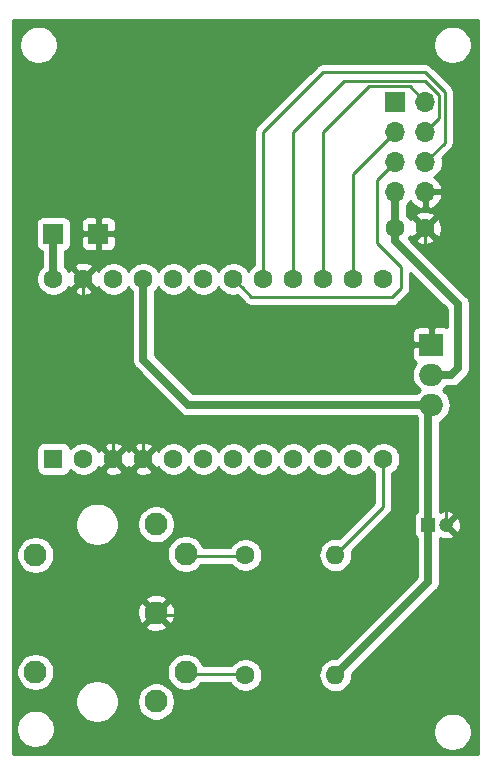
<source format=gbr>
G04 #@! TF.GenerationSoftware,KiCad,Pcbnew,(5.1.4-0-10_14)*
G04 #@! TF.CreationDate,2019-12-23T11:43:40-06:00*
G04 #@! TF.ProjectId,MIDI_RECEIVER,4d494449-5f52-4454-9345-495645522e6b,rev?*
G04 #@! TF.SameCoordinates,Original*
G04 #@! TF.FileFunction,Copper,L1,Top*
G04 #@! TF.FilePolarity,Positive*
%FSLAX46Y46*%
G04 Gerber Fmt 4.6, Leading zero omitted, Abs format (unit mm)*
G04 Created by KiCad (PCBNEW (5.1.4-0-10_14)) date 2019-12-23 11:43:40*
%MOMM*%
%LPD*%
G04 APERTURE LIST*
%ADD10R,1.700000X1.700000*%
%ADD11O,2.000000X1.905000*%
%ADD12R,2.000000X1.905000*%
%ADD13C,1.950000*%
%ADD14O,1.600000X1.600000*%
%ADD15C,1.600000*%
%ADD16O,1.700000X1.700000*%
%ADD17R,1.600000X1.600000*%
%ADD18C,1.200000*%
%ADD19R,1.200000X1.200000*%
%ADD20C,0.800000*%
%ADD21C,0.250000*%
%ADD22C,0.700000*%
%ADD23C,0.254000*%
G04 APERTURE END LIST*
D10*
X109474000Y-94996000D03*
X105664000Y-94996000D03*
D11*
X137668000Y-109474000D03*
X137668000Y-106934000D03*
D12*
X137668000Y-104394000D03*
D13*
X116860000Y-132090000D03*
X114360000Y-134590000D03*
X116860000Y-122090000D03*
X104140000Y-132080000D03*
X114360000Y-119590000D03*
X104140000Y-122174000D03*
X114360000Y-127090000D03*
D14*
X129540000Y-132334000D03*
D15*
X121920000Y-132334000D03*
D14*
X129540000Y-122174000D03*
D15*
X121920000Y-122174000D03*
D16*
X137160000Y-91440000D03*
X134620000Y-91440000D03*
X137160000Y-88900000D03*
X134620000Y-88900000D03*
X137160000Y-86360000D03*
X134620000Y-86360000D03*
X137160000Y-83820000D03*
D10*
X134620000Y-83820000D03*
D15*
X105664000Y-98806000D03*
X108204000Y-98806000D03*
X110744000Y-98806000D03*
X113284000Y-98806000D03*
X115824000Y-98806000D03*
X118364000Y-98806000D03*
X120904000Y-98806000D03*
X123444000Y-98806000D03*
X125984000Y-98806000D03*
X128524000Y-98806000D03*
X131064000Y-98806000D03*
X133604000Y-98806000D03*
X133604000Y-114046000D03*
X131064000Y-114046000D03*
X128524000Y-114046000D03*
X125984000Y-114046000D03*
X123444000Y-114046000D03*
X120904000Y-114046000D03*
X118364000Y-114046000D03*
X115824000Y-114046000D03*
X113284000Y-114046000D03*
X110744000Y-114046000D03*
X108204000Y-114046000D03*
D17*
X105664000Y-114046000D03*
D18*
X138914000Y-119634000D03*
D19*
X137414000Y-119634000D03*
D15*
X137120000Y-94488000D03*
X134620000Y-94488000D03*
D20*
X138938000Y-91440000D03*
X116332000Y-127254000D03*
X137160000Y-96266016D03*
X113284000Y-112268000D03*
X110744000Y-112268000D03*
X108204000Y-100584000D03*
X135636000Y-104394000D03*
X111760000Y-94996000D03*
X138938000Y-117602000D03*
D21*
X137160000Y-91440000D02*
X138938000Y-91440000D01*
X114300000Y-127254000D02*
X116332000Y-127254000D01*
X113284000Y-112268000D02*
X113284000Y-114046000D01*
X110744000Y-112268000D02*
X110744000Y-114046000D01*
X108204000Y-98806000D02*
X108204000Y-100584000D01*
X137668000Y-104394000D02*
X135636000Y-104394000D01*
X109474000Y-94996000D02*
X111760000Y-94996000D01*
X138938000Y-119610000D02*
X138914000Y-119634000D01*
X138938000Y-117602000D02*
X138938000Y-119610000D01*
X137120000Y-96226016D02*
X137160000Y-96266016D01*
X137120000Y-94488000D02*
X137120000Y-96226016D01*
X137715500Y-106934000D02*
X137668000Y-106934000D01*
D22*
X134620000Y-95619370D02*
X139954000Y-100953370D01*
X134620000Y-94488000D02*
X134620000Y-95619370D01*
X139954000Y-106348000D02*
X139368000Y-106934000D01*
X139368000Y-106934000D02*
X137668000Y-106934000D01*
X139954000Y-100953370D02*
X139954000Y-106348000D01*
X134620000Y-94488000D02*
X134620000Y-91440000D01*
X117094000Y-109474000D02*
X137668000Y-109474000D01*
X113284000Y-105664000D02*
X117094000Y-109474000D01*
X113284000Y-98806000D02*
X113284000Y-105664000D01*
X137414000Y-109728000D02*
X137668000Y-109474000D01*
X137414000Y-119634000D02*
X137414000Y-109728000D01*
X137414000Y-124460000D02*
X129540000Y-132334000D01*
X137414000Y-119634000D02*
X137414000Y-124460000D01*
D21*
X121840000Y-122254000D02*
X121920000Y-122174000D01*
X116800000Y-122254000D02*
X121840000Y-122254000D01*
X121840000Y-132254000D02*
X121920000Y-132334000D01*
X116800000Y-132254000D02*
X121840000Y-132254000D01*
X128524000Y-86360000D02*
X128524000Y-97674630D01*
X137160000Y-83820000D02*
X135832011Y-82492011D01*
X128524000Y-97674630D02*
X128524000Y-98806000D01*
X132391989Y-82492011D02*
X128524000Y-86360000D01*
X135832011Y-82492011D02*
X132391989Y-82492011D01*
X125984000Y-97674630D02*
X125984000Y-98806000D01*
X138335001Y-85184999D02*
X138335001Y-83255999D01*
X130302000Y-82042000D02*
X125984000Y-86360000D01*
X125984000Y-86360000D02*
X125984000Y-97674630D01*
X137121002Y-82042000D02*
X130302000Y-82042000D01*
X138335001Y-83255999D02*
X137121002Y-82042000D01*
X137160000Y-86360000D02*
X138335001Y-85184999D01*
X123444000Y-97674630D02*
X123444000Y-98806000D01*
X123444000Y-86360000D02*
X123444000Y-97674630D01*
X128509032Y-81294968D02*
X123444000Y-86360000D01*
X138785011Y-82970111D02*
X137109868Y-81294968D01*
X138785011Y-87274989D02*
X138785011Y-82970111D01*
X137109868Y-81294968D02*
X128509032Y-81294968D01*
X137160000Y-88900000D02*
X138785011Y-87274989D01*
X134314988Y-100381012D02*
X127797599Y-100381012D01*
X127746587Y-100330000D02*
X122428000Y-100330000D01*
X122428000Y-100330000D02*
X121703999Y-99605999D01*
X134620000Y-88900000D02*
X133096000Y-90424000D01*
X135128000Y-99568000D02*
X134314988Y-100381012D01*
X133096000Y-90424000D02*
X133096000Y-95758000D01*
X121703999Y-99605999D02*
X120904000Y-98806000D01*
X127797599Y-100381012D02*
X127746587Y-100330000D01*
X135128000Y-97790000D02*
X135128000Y-99568000D01*
X133096000Y-95758000D02*
X135128000Y-97790000D01*
X131064000Y-97674630D02*
X131064000Y-98806000D01*
X134620000Y-86360000D02*
X131064000Y-89916000D01*
X131064000Y-89916000D02*
X131064000Y-97674630D01*
X133604000Y-118110000D02*
X133604000Y-114046000D01*
X129540000Y-122174000D02*
X133604000Y-118110000D01*
D22*
X105664000Y-94996000D02*
X105664000Y-98806000D01*
D23*
G36*
X141580001Y-137127572D02*
G01*
X141580000Y-137127582D01*
X141580000Y-137381582D01*
X141580001Y-139040000D01*
X102260000Y-139040000D01*
X102260000Y-136744967D01*
X102505000Y-136744967D01*
X102505000Y-137067033D01*
X102567832Y-137382912D01*
X102691082Y-137680463D01*
X102870013Y-137948252D01*
X103097748Y-138175987D01*
X103365537Y-138354918D01*
X103663088Y-138478168D01*
X103978967Y-138541000D01*
X104301033Y-138541000D01*
X104616912Y-138478168D01*
X104914463Y-138354918D01*
X105182252Y-138175987D01*
X105409987Y-137948252D01*
X105588918Y-137680463D01*
X105712168Y-137382912D01*
X105775000Y-137067033D01*
X105775000Y-136998967D01*
X137811000Y-136998967D01*
X137811000Y-137321033D01*
X137873832Y-137636912D01*
X137997082Y-137934463D01*
X138176013Y-138202252D01*
X138403748Y-138429987D01*
X138671537Y-138608918D01*
X138969088Y-138732168D01*
X139284967Y-138795000D01*
X139607033Y-138795000D01*
X139922912Y-138732168D01*
X140220463Y-138608918D01*
X140488252Y-138429987D01*
X140715987Y-138202252D01*
X140894918Y-137934463D01*
X141018168Y-137636912D01*
X141081000Y-137321033D01*
X141081000Y-136998967D01*
X141018168Y-136683088D01*
X140894918Y-136385537D01*
X140715987Y-136117748D01*
X140488252Y-135890013D01*
X140220463Y-135711082D01*
X139922912Y-135587832D01*
X139607033Y-135525000D01*
X139284967Y-135525000D01*
X138969088Y-135587832D01*
X138671537Y-135711082D01*
X138403748Y-135890013D01*
X138176013Y-136117748D01*
X137997082Y-136385537D01*
X137873832Y-136683088D01*
X137811000Y-136998967D01*
X105775000Y-136998967D01*
X105775000Y-136744967D01*
X105712168Y-136429088D01*
X105588918Y-136131537D01*
X105409987Y-135863748D01*
X105182252Y-135636013D01*
X104914463Y-135457082D01*
X104616912Y-135333832D01*
X104301033Y-135271000D01*
X103978967Y-135271000D01*
X103663088Y-135333832D01*
X103365537Y-135457082D01*
X103097748Y-135636013D01*
X102870013Y-135863748D01*
X102691082Y-136131537D01*
X102567832Y-136429088D01*
X102505000Y-136744967D01*
X102260000Y-136744967D01*
X102260000Y-134409268D01*
X107525000Y-134409268D01*
X107525000Y-134770732D01*
X107595518Y-135125250D01*
X107733844Y-135459199D01*
X107934662Y-135759744D01*
X108190256Y-136015338D01*
X108490801Y-136216156D01*
X108824750Y-136354482D01*
X109179268Y-136425000D01*
X109540732Y-136425000D01*
X109895250Y-136354482D01*
X110229199Y-136216156D01*
X110529744Y-136015338D01*
X110785338Y-135759744D01*
X110986156Y-135459199D01*
X111124482Y-135125250D01*
X111195000Y-134770732D01*
X111195000Y-134431429D01*
X112750000Y-134431429D01*
X112750000Y-134748571D01*
X112811871Y-135059620D01*
X112933237Y-135352621D01*
X113109431Y-135616315D01*
X113333685Y-135840569D01*
X113597379Y-136016763D01*
X113890380Y-136138129D01*
X114201429Y-136200000D01*
X114518571Y-136200000D01*
X114829620Y-136138129D01*
X115122621Y-136016763D01*
X115386315Y-135840569D01*
X115610569Y-135616315D01*
X115786763Y-135352621D01*
X115908129Y-135059620D01*
X115970000Y-134748571D01*
X115970000Y-134431429D01*
X115908129Y-134120380D01*
X115786763Y-133827379D01*
X115610569Y-133563685D01*
X115386315Y-133339431D01*
X115122621Y-133163237D01*
X114829620Y-133041871D01*
X114518571Y-132980000D01*
X114201429Y-132980000D01*
X113890380Y-133041871D01*
X113597379Y-133163237D01*
X113333685Y-133339431D01*
X113109431Y-133563685D01*
X112933237Y-133827379D01*
X112811871Y-134120380D01*
X112750000Y-134431429D01*
X111195000Y-134431429D01*
X111195000Y-134409268D01*
X111124482Y-134054750D01*
X110986156Y-133720801D01*
X110785338Y-133420256D01*
X110529744Y-133164662D01*
X110229199Y-132963844D01*
X109895250Y-132825518D01*
X109540732Y-132755000D01*
X109179268Y-132755000D01*
X108824750Y-132825518D01*
X108490801Y-132963844D01*
X108190256Y-133164662D01*
X107934662Y-133420256D01*
X107733844Y-133720801D01*
X107595518Y-134054750D01*
X107525000Y-134409268D01*
X102260000Y-134409268D01*
X102260000Y-131921429D01*
X102530000Y-131921429D01*
X102530000Y-132238571D01*
X102591871Y-132549620D01*
X102713237Y-132842621D01*
X102889431Y-133106315D01*
X103113685Y-133330569D01*
X103377379Y-133506763D01*
X103670380Y-133628129D01*
X103981429Y-133690000D01*
X104298571Y-133690000D01*
X104609620Y-133628129D01*
X104902621Y-133506763D01*
X105166315Y-133330569D01*
X105390569Y-133106315D01*
X105566763Y-132842621D01*
X105688129Y-132549620D01*
X105750000Y-132238571D01*
X105750000Y-131931429D01*
X115250000Y-131931429D01*
X115250000Y-132248571D01*
X115311871Y-132559620D01*
X115433237Y-132852621D01*
X115609431Y-133116315D01*
X115833685Y-133340569D01*
X116097379Y-133516763D01*
X116390380Y-133638129D01*
X116701429Y-133700000D01*
X117018571Y-133700000D01*
X117329620Y-133638129D01*
X117622621Y-133516763D01*
X117886315Y-133340569D01*
X118110569Y-133116315D01*
X118178933Y-133014000D01*
X120648502Y-133014000D01*
X120805363Y-133248759D01*
X121005241Y-133448637D01*
X121240273Y-133605680D01*
X121501426Y-133713853D01*
X121778665Y-133769000D01*
X122061335Y-133769000D01*
X122338574Y-133713853D01*
X122599727Y-133605680D01*
X122834759Y-133448637D01*
X123034637Y-133248759D01*
X123191680Y-133013727D01*
X123299853Y-132752574D01*
X123355000Y-132475335D01*
X123355000Y-132192665D01*
X123299853Y-131915426D01*
X123191680Y-131654273D01*
X123034637Y-131419241D01*
X122834759Y-131219363D01*
X122599727Y-131062320D01*
X122338574Y-130954147D01*
X122061335Y-130899000D01*
X121778665Y-130899000D01*
X121501426Y-130954147D01*
X121240273Y-131062320D01*
X121005241Y-131219363D01*
X120805363Y-131419241D01*
X120755411Y-131494000D01*
X118355780Y-131494000D01*
X118286763Y-131327379D01*
X118110569Y-131063685D01*
X117886315Y-130839431D01*
X117622621Y-130663237D01*
X117329620Y-130541871D01*
X117018571Y-130480000D01*
X116701429Y-130480000D01*
X116390380Y-130541871D01*
X116097379Y-130663237D01*
X115833685Y-130839431D01*
X115609431Y-131063685D01*
X115433237Y-131327379D01*
X115311871Y-131620380D01*
X115250000Y-131931429D01*
X105750000Y-131931429D01*
X105750000Y-131921429D01*
X105688129Y-131610380D01*
X105566763Y-131317379D01*
X105390569Y-131053685D01*
X105166315Y-130829431D01*
X104902621Y-130653237D01*
X104609620Y-130531871D01*
X104298571Y-130470000D01*
X103981429Y-130470000D01*
X103670380Y-130531871D01*
X103377379Y-130653237D01*
X103113685Y-130829431D01*
X102889431Y-131053685D01*
X102713237Y-131317379D01*
X102591871Y-131610380D01*
X102530000Y-131921429D01*
X102260000Y-131921429D01*
X102260000Y-128207584D01*
X113422021Y-128207584D01*
X113514766Y-128469429D01*
X113800120Y-128607820D01*
X114106990Y-128687883D01*
X114423584Y-128706540D01*
X114737733Y-128663074D01*
X115037367Y-128559156D01*
X115205234Y-128469429D01*
X115297979Y-128207584D01*
X114360000Y-127269605D01*
X113422021Y-128207584D01*
X102260000Y-128207584D01*
X102260000Y-127153584D01*
X112743460Y-127153584D01*
X112786926Y-127467733D01*
X112890844Y-127767367D01*
X112980571Y-127935234D01*
X113242416Y-128027979D01*
X114180395Y-127090000D01*
X114539605Y-127090000D01*
X115477584Y-128027979D01*
X115739429Y-127935234D01*
X115877820Y-127649880D01*
X115957883Y-127343010D01*
X115976540Y-127026416D01*
X115933074Y-126712267D01*
X115829156Y-126412633D01*
X115739429Y-126244766D01*
X115477584Y-126152021D01*
X114539605Y-127090000D01*
X114180395Y-127090000D01*
X113242416Y-126152021D01*
X112980571Y-126244766D01*
X112842180Y-126530120D01*
X112762117Y-126836990D01*
X112743460Y-127153584D01*
X102260000Y-127153584D01*
X102260000Y-125972416D01*
X113422021Y-125972416D01*
X114360000Y-126910395D01*
X115297979Y-125972416D01*
X115205234Y-125710571D01*
X114919880Y-125572180D01*
X114613010Y-125492117D01*
X114296416Y-125473460D01*
X113982267Y-125516926D01*
X113682633Y-125620844D01*
X113514766Y-125710571D01*
X113422021Y-125972416D01*
X102260000Y-125972416D01*
X102260000Y-122015429D01*
X102530000Y-122015429D01*
X102530000Y-122332571D01*
X102591871Y-122643620D01*
X102713237Y-122936621D01*
X102889431Y-123200315D01*
X103113685Y-123424569D01*
X103377379Y-123600763D01*
X103670380Y-123722129D01*
X103981429Y-123784000D01*
X104298571Y-123784000D01*
X104609620Y-123722129D01*
X104902621Y-123600763D01*
X105166315Y-123424569D01*
X105390569Y-123200315D01*
X105566763Y-122936621D01*
X105688129Y-122643620D01*
X105750000Y-122332571D01*
X105750000Y-122015429D01*
X105733292Y-121931429D01*
X115250000Y-121931429D01*
X115250000Y-122248571D01*
X115311871Y-122559620D01*
X115433237Y-122852621D01*
X115609431Y-123116315D01*
X115833685Y-123340569D01*
X116097379Y-123516763D01*
X116390380Y-123638129D01*
X116701429Y-123700000D01*
X117018571Y-123700000D01*
X117329620Y-123638129D01*
X117622621Y-123516763D01*
X117886315Y-123340569D01*
X118110569Y-123116315D01*
X118178933Y-123014000D01*
X120755411Y-123014000D01*
X120805363Y-123088759D01*
X121005241Y-123288637D01*
X121240273Y-123445680D01*
X121501426Y-123553853D01*
X121778665Y-123609000D01*
X122061335Y-123609000D01*
X122338574Y-123553853D01*
X122599727Y-123445680D01*
X122834759Y-123288637D01*
X123034637Y-123088759D01*
X123191680Y-122853727D01*
X123299853Y-122592574D01*
X123355000Y-122315335D01*
X123355000Y-122032665D01*
X123299853Y-121755426D01*
X123191680Y-121494273D01*
X123034637Y-121259241D01*
X122834759Y-121059363D01*
X122599727Y-120902320D01*
X122338574Y-120794147D01*
X122061335Y-120739000D01*
X121778665Y-120739000D01*
X121501426Y-120794147D01*
X121240273Y-120902320D01*
X121005241Y-121059363D01*
X120805363Y-121259241D01*
X120648502Y-121494000D01*
X118355780Y-121494000D01*
X118286763Y-121327379D01*
X118110569Y-121063685D01*
X117886315Y-120839431D01*
X117622621Y-120663237D01*
X117329620Y-120541871D01*
X117018571Y-120480000D01*
X116701429Y-120480000D01*
X116390380Y-120541871D01*
X116097379Y-120663237D01*
X115833685Y-120839431D01*
X115609431Y-121063685D01*
X115433237Y-121327379D01*
X115311871Y-121620380D01*
X115250000Y-121931429D01*
X105733292Y-121931429D01*
X105688129Y-121704380D01*
X105566763Y-121411379D01*
X105390569Y-121147685D01*
X105166315Y-120923431D01*
X104902621Y-120747237D01*
X104609620Y-120625871D01*
X104298571Y-120564000D01*
X103981429Y-120564000D01*
X103670380Y-120625871D01*
X103377379Y-120747237D01*
X103113685Y-120923431D01*
X102889431Y-121147685D01*
X102713237Y-121411379D01*
X102591871Y-121704380D01*
X102530000Y-122015429D01*
X102260000Y-122015429D01*
X102260000Y-119409268D01*
X107525000Y-119409268D01*
X107525000Y-119770732D01*
X107595518Y-120125250D01*
X107733844Y-120459199D01*
X107934662Y-120759744D01*
X108190256Y-121015338D01*
X108490801Y-121216156D01*
X108824750Y-121354482D01*
X109179268Y-121425000D01*
X109540732Y-121425000D01*
X109895250Y-121354482D01*
X110229199Y-121216156D01*
X110529744Y-121015338D01*
X110785338Y-120759744D01*
X110986156Y-120459199D01*
X111124482Y-120125250D01*
X111195000Y-119770732D01*
X111195000Y-119431429D01*
X112750000Y-119431429D01*
X112750000Y-119748571D01*
X112811871Y-120059620D01*
X112933237Y-120352621D01*
X113109431Y-120616315D01*
X113333685Y-120840569D01*
X113597379Y-121016763D01*
X113890380Y-121138129D01*
X114201429Y-121200000D01*
X114518571Y-121200000D01*
X114829620Y-121138129D01*
X115122621Y-121016763D01*
X115386315Y-120840569D01*
X115610569Y-120616315D01*
X115786763Y-120352621D01*
X115908129Y-120059620D01*
X115970000Y-119748571D01*
X115970000Y-119431429D01*
X115908129Y-119120380D01*
X115786763Y-118827379D01*
X115610569Y-118563685D01*
X115386315Y-118339431D01*
X115122621Y-118163237D01*
X114829620Y-118041871D01*
X114518571Y-117980000D01*
X114201429Y-117980000D01*
X113890380Y-118041871D01*
X113597379Y-118163237D01*
X113333685Y-118339431D01*
X113109431Y-118563685D01*
X112933237Y-118827379D01*
X112811871Y-119120380D01*
X112750000Y-119431429D01*
X111195000Y-119431429D01*
X111195000Y-119409268D01*
X111124482Y-119054750D01*
X110986156Y-118720801D01*
X110785338Y-118420256D01*
X110529744Y-118164662D01*
X110229199Y-117963844D01*
X109895250Y-117825518D01*
X109540732Y-117755000D01*
X109179268Y-117755000D01*
X108824750Y-117825518D01*
X108490801Y-117963844D01*
X108190256Y-118164662D01*
X107934662Y-118420256D01*
X107733844Y-118720801D01*
X107595518Y-119054750D01*
X107525000Y-119409268D01*
X102260000Y-119409268D01*
X102260000Y-113246000D01*
X104225928Y-113246000D01*
X104225928Y-114846000D01*
X104238188Y-114970482D01*
X104274498Y-115090180D01*
X104333463Y-115200494D01*
X104412815Y-115297185D01*
X104509506Y-115376537D01*
X104619820Y-115435502D01*
X104739518Y-115471812D01*
X104864000Y-115484072D01*
X106464000Y-115484072D01*
X106588482Y-115471812D01*
X106708180Y-115435502D01*
X106818494Y-115376537D01*
X106915185Y-115297185D01*
X106994537Y-115200494D01*
X107053502Y-115090180D01*
X107089812Y-114970482D01*
X107090643Y-114962039D01*
X107289241Y-115160637D01*
X107524273Y-115317680D01*
X107785426Y-115425853D01*
X108062665Y-115481000D01*
X108345335Y-115481000D01*
X108622574Y-115425853D01*
X108883727Y-115317680D01*
X109118759Y-115160637D01*
X109240694Y-115038702D01*
X109930903Y-115038702D01*
X110002486Y-115282671D01*
X110257996Y-115403571D01*
X110532184Y-115472300D01*
X110814512Y-115486217D01*
X111094130Y-115444787D01*
X111360292Y-115349603D01*
X111485514Y-115282671D01*
X111557097Y-115038702D01*
X112470903Y-115038702D01*
X112542486Y-115282671D01*
X112797996Y-115403571D01*
X113072184Y-115472300D01*
X113354512Y-115486217D01*
X113634130Y-115444787D01*
X113900292Y-115349603D01*
X114025514Y-115282671D01*
X114097097Y-115038702D01*
X113284000Y-114225605D01*
X112470903Y-115038702D01*
X111557097Y-115038702D01*
X110744000Y-114225605D01*
X109930903Y-115038702D01*
X109240694Y-115038702D01*
X109318637Y-114960759D01*
X109474915Y-114726872D01*
X109507329Y-114787514D01*
X109751298Y-114859097D01*
X110564395Y-114046000D01*
X110923605Y-114046000D01*
X111736702Y-114859097D01*
X111980671Y-114787514D01*
X112011971Y-114721364D01*
X112047329Y-114787514D01*
X112291298Y-114859097D01*
X113104395Y-114046000D01*
X113463605Y-114046000D01*
X114276702Y-114859097D01*
X114520671Y-114787514D01*
X114551194Y-114723008D01*
X114552320Y-114725727D01*
X114709363Y-114960759D01*
X114909241Y-115160637D01*
X115144273Y-115317680D01*
X115405426Y-115425853D01*
X115682665Y-115481000D01*
X115965335Y-115481000D01*
X116242574Y-115425853D01*
X116503727Y-115317680D01*
X116738759Y-115160637D01*
X116938637Y-114960759D01*
X117094000Y-114728241D01*
X117249363Y-114960759D01*
X117449241Y-115160637D01*
X117684273Y-115317680D01*
X117945426Y-115425853D01*
X118222665Y-115481000D01*
X118505335Y-115481000D01*
X118782574Y-115425853D01*
X119043727Y-115317680D01*
X119278759Y-115160637D01*
X119478637Y-114960759D01*
X119634000Y-114728241D01*
X119789363Y-114960759D01*
X119989241Y-115160637D01*
X120224273Y-115317680D01*
X120485426Y-115425853D01*
X120762665Y-115481000D01*
X121045335Y-115481000D01*
X121322574Y-115425853D01*
X121583727Y-115317680D01*
X121818759Y-115160637D01*
X122018637Y-114960759D01*
X122174000Y-114728241D01*
X122329363Y-114960759D01*
X122529241Y-115160637D01*
X122764273Y-115317680D01*
X123025426Y-115425853D01*
X123302665Y-115481000D01*
X123585335Y-115481000D01*
X123862574Y-115425853D01*
X124123727Y-115317680D01*
X124358759Y-115160637D01*
X124558637Y-114960759D01*
X124714000Y-114728241D01*
X124869363Y-114960759D01*
X125069241Y-115160637D01*
X125304273Y-115317680D01*
X125565426Y-115425853D01*
X125842665Y-115481000D01*
X126125335Y-115481000D01*
X126402574Y-115425853D01*
X126663727Y-115317680D01*
X126898759Y-115160637D01*
X127098637Y-114960759D01*
X127254000Y-114728241D01*
X127409363Y-114960759D01*
X127609241Y-115160637D01*
X127844273Y-115317680D01*
X128105426Y-115425853D01*
X128382665Y-115481000D01*
X128665335Y-115481000D01*
X128942574Y-115425853D01*
X129203727Y-115317680D01*
X129438759Y-115160637D01*
X129638637Y-114960759D01*
X129794000Y-114728241D01*
X129949363Y-114960759D01*
X130149241Y-115160637D01*
X130384273Y-115317680D01*
X130645426Y-115425853D01*
X130922665Y-115481000D01*
X131205335Y-115481000D01*
X131482574Y-115425853D01*
X131743727Y-115317680D01*
X131978759Y-115160637D01*
X132178637Y-114960759D01*
X132334000Y-114728241D01*
X132489363Y-114960759D01*
X132689241Y-115160637D01*
X132844001Y-115264044D01*
X132844000Y-117795198D01*
X129865906Y-120773292D01*
X129821309Y-120759764D01*
X129610492Y-120739000D01*
X129469508Y-120739000D01*
X129258691Y-120759764D01*
X128988192Y-120841818D01*
X128738899Y-120975068D01*
X128520392Y-121154392D01*
X128341068Y-121372899D01*
X128207818Y-121622192D01*
X128125764Y-121892691D01*
X128098057Y-122174000D01*
X128125764Y-122455309D01*
X128207818Y-122725808D01*
X128341068Y-122975101D01*
X128520392Y-123193608D01*
X128738899Y-123372932D01*
X128988192Y-123506182D01*
X129258691Y-123588236D01*
X129469508Y-123609000D01*
X129610492Y-123609000D01*
X129821309Y-123588236D01*
X130091808Y-123506182D01*
X130341101Y-123372932D01*
X130559608Y-123193608D01*
X130738932Y-122975101D01*
X130872182Y-122725808D01*
X130954236Y-122455309D01*
X130981943Y-122174000D01*
X130954236Y-121892691D01*
X130940708Y-121848094D01*
X134115004Y-118673798D01*
X134144001Y-118650001D01*
X134217328Y-118560652D01*
X134238974Y-118534277D01*
X134309546Y-118402247D01*
X134311591Y-118395505D01*
X134353003Y-118258986D01*
X134364000Y-118147333D01*
X134364000Y-118147323D01*
X134367676Y-118110000D01*
X134364000Y-118072677D01*
X134364000Y-115264043D01*
X134518759Y-115160637D01*
X134718637Y-114960759D01*
X134875680Y-114725727D01*
X134983853Y-114464574D01*
X135039000Y-114187335D01*
X135039000Y-113904665D01*
X134983853Y-113627426D01*
X134875680Y-113366273D01*
X134718637Y-113131241D01*
X134518759Y-112931363D01*
X134283727Y-112774320D01*
X134022574Y-112666147D01*
X133745335Y-112611000D01*
X133462665Y-112611000D01*
X133185426Y-112666147D01*
X132924273Y-112774320D01*
X132689241Y-112931363D01*
X132489363Y-113131241D01*
X132334000Y-113363759D01*
X132178637Y-113131241D01*
X131978759Y-112931363D01*
X131743727Y-112774320D01*
X131482574Y-112666147D01*
X131205335Y-112611000D01*
X130922665Y-112611000D01*
X130645426Y-112666147D01*
X130384273Y-112774320D01*
X130149241Y-112931363D01*
X129949363Y-113131241D01*
X129794000Y-113363759D01*
X129638637Y-113131241D01*
X129438759Y-112931363D01*
X129203727Y-112774320D01*
X128942574Y-112666147D01*
X128665335Y-112611000D01*
X128382665Y-112611000D01*
X128105426Y-112666147D01*
X127844273Y-112774320D01*
X127609241Y-112931363D01*
X127409363Y-113131241D01*
X127254000Y-113363759D01*
X127098637Y-113131241D01*
X126898759Y-112931363D01*
X126663727Y-112774320D01*
X126402574Y-112666147D01*
X126125335Y-112611000D01*
X125842665Y-112611000D01*
X125565426Y-112666147D01*
X125304273Y-112774320D01*
X125069241Y-112931363D01*
X124869363Y-113131241D01*
X124714000Y-113363759D01*
X124558637Y-113131241D01*
X124358759Y-112931363D01*
X124123727Y-112774320D01*
X123862574Y-112666147D01*
X123585335Y-112611000D01*
X123302665Y-112611000D01*
X123025426Y-112666147D01*
X122764273Y-112774320D01*
X122529241Y-112931363D01*
X122329363Y-113131241D01*
X122174000Y-113363759D01*
X122018637Y-113131241D01*
X121818759Y-112931363D01*
X121583727Y-112774320D01*
X121322574Y-112666147D01*
X121045335Y-112611000D01*
X120762665Y-112611000D01*
X120485426Y-112666147D01*
X120224273Y-112774320D01*
X119989241Y-112931363D01*
X119789363Y-113131241D01*
X119634000Y-113363759D01*
X119478637Y-113131241D01*
X119278759Y-112931363D01*
X119043727Y-112774320D01*
X118782574Y-112666147D01*
X118505335Y-112611000D01*
X118222665Y-112611000D01*
X117945426Y-112666147D01*
X117684273Y-112774320D01*
X117449241Y-112931363D01*
X117249363Y-113131241D01*
X117094000Y-113363759D01*
X116938637Y-113131241D01*
X116738759Y-112931363D01*
X116503727Y-112774320D01*
X116242574Y-112666147D01*
X115965335Y-112611000D01*
X115682665Y-112611000D01*
X115405426Y-112666147D01*
X115144273Y-112774320D01*
X114909241Y-112931363D01*
X114709363Y-113131241D01*
X114553085Y-113365128D01*
X114520671Y-113304486D01*
X114276702Y-113232903D01*
X113463605Y-114046000D01*
X113104395Y-114046000D01*
X112291298Y-113232903D01*
X112047329Y-113304486D01*
X112016029Y-113370636D01*
X111980671Y-113304486D01*
X111736702Y-113232903D01*
X110923605Y-114046000D01*
X110564395Y-114046000D01*
X109751298Y-113232903D01*
X109507329Y-113304486D01*
X109476806Y-113368992D01*
X109475680Y-113366273D01*
X109318637Y-113131241D01*
X109240694Y-113053298D01*
X109930903Y-113053298D01*
X110744000Y-113866395D01*
X111557097Y-113053298D01*
X112470903Y-113053298D01*
X113284000Y-113866395D01*
X114097097Y-113053298D01*
X114025514Y-112809329D01*
X113770004Y-112688429D01*
X113495816Y-112619700D01*
X113213488Y-112605783D01*
X112933870Y-112647213D01*
X112667708Y-112742397D01*
X112542486Y-112809329D01*
X112470903Y-113053298D01*
X111557097Y-113053298D01*
X111485514Y-112809329D01*
X111230004Y-112688429D01*
X110955816Y-112619700D01*
X110673488Y-112605783D01*
X110393870Y-112647213D01*
X110127708Y-112742397D01*
X110002486Y-112809329D01*
X109930903Y-113053298D01*
X109240694Y-113053298D01*
X109118759Y-112931363D01*
X108883727Y-112774320D01*
X108622574Y-112666147D01*
X108345335Y-112611000D01*
X108062665Y-112611000D01*
X107785426Y-112666147D01*
X107524273Y-112774320D01*
X107289241Y-112931363D01*
X107090643Y-113129961D01*
X107089812Y-113121518D01*
X107053502Y-113001820D01*
X106994537Y-112891506D01*
X106915185Y-112794815D01*
X106818494Y-112715463D01*
X106708180Y-112656498D01*
X106588482Y-112620188D01*
X106464000Y-112607928D01*
X104864000Y-112607928D01*
X104739518Y-112620188D01*
X104619820Y-112656498D01*
X104509506Y-112715463D01*
X104412815Y-112794815D01*
X104333463Y-112891506D01*
X104274498Y-113001820D01*
X104238188Y-113121518D01*
X104225928Y-113246000D01*
X102260000Y-113246000D01*
X102260000Y-94146000D01*
X104175928Y-94146000D01*
X104175928Y-95846000D01*
X104188188Y-95970482D01*
X104224498Y-96090180D01*
X104283463Y-96200494D01*
X104362815Y-96297185D01*
X104459506Y-96376537D01*
X104569820Y-96435502D01*
X104679000Y-96468622D01*
X104679001Y-97761603D01*
X104549363Y-97891241D01*
X104392320Y-98126273D01*
X104284147Y-98387426D01*
X104229000Y-98664665D01*
X104229000Y-98947335D01*
X104284147Y-99224574D01*
X104392320Y-99485727D01*
X104549363Y-99720759D01*
X104749241Y-99920637D01*
X104984273Y-100077680D01*
X105245426Y-100185853D01*
X105522665Y-100241000D01*
X105805335Y-100241000D01*
X106082574Y-100185853D01*
X106343727Y-100077680D01*
X106578759Y-99920637D01*
X106700694Y-99798702D01*
X107390903Y-99798702D01*
X107462486Y-100042671D01*
X107717996Y-100163571D01*
X107992184Y-100232300D01*
X108274512Y-100246217D01*
X108554130Y-100204787D01*
X108820292Y-100109603D01*
X108945514Y-100042671D01*
X109017097Y-99798702D01*
X108204000Y-98985605D01*
X107390903Y-99798702D01*
X106700694Y-99798702D01*
X106778637Y-99720759D01*
X106934915Y-99486872D01*
X106967329Y-99547514D01*
X107211298Y-99619097D01*
X108024395Y-98806000D01*
X108383605Y-98806000D01*
X109196702Y-99619097D01*
X109440671Y-99547514D01*
X109471194Y-99483008D01*
X109472320Y-99485727D01*
X109629363Y-99720759D01*
X109829241Y-99920637D01*
X110064273Y-100077680D01*
X110325426Y-100185853D01*
X110602665Y-100241000D01*
X110885335Y-100241000D01*
X111162574Y-100185853D01*
X111423727Y-100077680D01*
X111658759Y-99920637D01*
X111858637Y-99720759D01*
X112014000Y-99488241D01*
X112169363Y-99720759D01*
X112299000Y-99850396D01*
X112299001Y-105615610D01*
X112294235Y-105664000D01*
X112313253Y-105857093D01*
X112369576Y-106042766D01*
X112369577Y-106042767D01*
X112461041Y-106213884D01*
X112584131Y-106363870D01*
X112621711Y-106394711D01*
X116363289Y-110136290D01*
X116394130Y-110173870D01*
X116431709Y-110204710D01*
X116544116Y-110296960D01*
X116715233Y-110388424D01*
X116900906Y-110444747D01*
X117094000Y-110463765D01*
X117142380Y-110459000D01*
X136375210Y-110459000D01*
X136429001Y-110524544D01*
X136429000Y-118528498D01*
X136362815Y-118582815D01*
X136283463Y-118679506D01*
X136224498Y-118789820D01*
X136188188Y-118909518D01*
X136175928Y-119034000D01*
X136175928Y-120234000D01*
X136188188Y-120358482D01*
X136224498Y-120478180D01*
X136283463Y-120588494D01*
X136362815Y-120685185D01*
X136429000Y-120739502D01*
X136429001Y-124051998D01*
X129582000Y-130899000D01*
X129469508Y-130899000D01*
X129258691Y-130919764D01*
X128988192Y-131001818D01*
X128738899Y-131135068D01*
X128520392Y-131314392D01*
X128341068Y-131532899D01*
X128207818Y-131782192D01*
X128125764Y-132052691D01*
X128098057Y-132334000D01*
X128125764Y-132615309D01*
X128207818Y-132885808D01*
X128341068Y-133135101D01*
X128520392Y-133353608D01*
X128738899Y-133532932D01*
X128988192Y-133666182D01*
X129258691Y-133748236D01*
X129469508Y-133769000D01*
X129610492Y-133769000D01*
X129821309Y-133748236D01*
X130091808Y-133666182D01*
X130341101Y-133532932D01*
X130559608Y-133353608D01*
X130738932Y-133135101D01*
X130872182Y-132885808D01*
X130954236Y-132615309D01*
X130981943Y-132334000D01*
X130977555Y-132289445D01*
X138076290Y-125190711D01*
X138113870Y-125159870D01*
X138236960Y-125009884D01*
X138328424Y-124838767D01*
X138384747Y-124653094D01*
X138399000Y-124508380D01*
X138403765Y-124460000D01*
X138399000Y-124411620D01*
X138399000Y-120756502D01*
X138512516Y-120808237D01*
X138749313Y-120864000D01*
X138992438Y-120872495D01*
X139232549Y-120833395D01*
X139460418Y-120748202D01*
X139536852Y-120707348D01*
X139584159Y-120483764D01*
X138914000Y-119813605D01*
X138899858Y-119827748D01*
X138720253Y-119648143D01*
X138734395Y-119634000D01*
X139093605Y-119634000D01*
X139763764Y-120304159D01*
X139987348Y-120256852D01*
X140088237Y-120035484D01*
X140144000Y-119798687D01*
X140152495Y-119555562D01*
X140113395Y-119315451D01*
X140028202Y-119087582D01*
X139987348Y-119011148D01*
X139763764Y-118963841D01*
X139093605Y-119634000D01*
X138734395Y-119634000D01*
X138720253Y-119619858D01*
X138899858Y-119440253D01*
X138914000Y-119454395D01*
X139584159Y-118784236D01*
X139536852Y-118560652D01*
X139315484Y-118459763D01*
X139078687Y-118404000D01*
X138835562Y-118395505D01*
X138595451Y-118434605D01*
X138399000Y-118508052D01*
X138399000Y-110908709D01*
X138601735Y-110800345D01*
X138843463Y-110601963D01*
X139041845Y-110360235D01*
X139189255Y-110084449D01*
X139280030Y-109785204D01*
X139310681Y-109474000D01*
X139280030Y-109162796D01*
X139189255Y-108863551D01*
X139041845Y-108587765D01*
X138843463Y-108346037D01*
X138670391Y-108204000D01*
X138843463Y-108061963D01*
X138960790Y-107919000D01*
X139319620Y-107919000D01*
X139368000Y-107923765D01*
X139416380Y-107919000D01*
X139561094Y-107904747D01*
X139746767Y-107848424D01*
X139917884Y-107756960D01*
X140067870Y-107633870D01*
X140098716Y-107596284D01*
X140616279Y-107078720D01*
X140653870Y-107047870D01*
X140776960Y-106897884D01*
X140868424Y-106726767D01*
X140924747Y-106541094D01*
X140939000Y-106396380D01*
X140943765Y-106348001D01*
X140939000Y-106299621D01*
X140939000Y-101001749D01*
X140943765Y-100953369D01*
X140924747Y-100760276D01*
X140868424Y-100574603D01*
X140844582Y-100529998D01*
X140776960Y-100403486D01*
X140653870Y-100253500D01*
X140616284Y-100222654D01*
X135874332Y-95480702D01*
X136306903Y-95480702D01*
X136378486Y-95724671D01*
X136633996Y-95845571D01*
X136908184Y-95914300D01*
X137190512Y-95928217D01*
X137470130Y-95886787D01*
X137736292Y-95791603D01*
X137861514Y-95724671D01*
X137933097Y-95480702D01*
X137120000Y-94667605D01*
X136306903Y-95480702D01*
X135874332Y-95480702D01*
X135759371Y-95365741D01*
X135868692Y-95202131D01*
X135883329Y-95229514D01*
X136127298Y-95301097D01*
X136940395Y-94488000D01*
X137299605Y-94488000D01*
X138112702Y-95301097D01*
X138356671Y-95229514D01*
X138477571Y-94974004D01*
X138546300Y-94699816D01*
X138560217Y-94417488D01*
X138518787Y-94137870D01*
X138423603Y-93871708D01*
X138356671Y-93746486D01*
X138112702Y-93674903D01*
X137299605Y-94488000D01*
X136940395Y-94488000D01*
X136127298Y-93674903D01*
X135883329Y-93746486D01*
X135869676Y-93775341D01*
X135734637Y-93573241D01*
X135656694Y-93495298D01*
X136306903Y-93495298D01*
X137120000Y-94308395D01*
X137933097Y-93495298D01*
X137861514Y-93251329D01*
X137606004Y-93130429D01*
X137331816Y-93061700D01*
X137049488Y-93047783D01*
X136769870Y-93089213D01*
X136503708Y-93184397D01*
X136378486Y-93251329D01*
X136306903Y-93495298D01*
X135656694Y-93495298D01*
X135605000Y-93443604D01*
X135605000Y-92552692D01*
X135675134Y-92495134D01*
X135860706Y-92269014D01*
X135891584Y-92211244D01*
X136062412Y-92440269D01*
X136278645Y-92635178D01*
X136528748Y-92784157D01*
X136803109Y-92881481D01*
X137033000Y-92760814D01*
X137033000Y-91567000D01*
X137287000Y-91567000D01*
X137287000Y-92760814D01*
X137516891Y-92881481D01*
X137791252Y-92784157D01*
X138041355Y-92635178D01*
X138257588Y-92440269D01*
X138431641Y-92206920D01*
X138556825Y-91944099D01*
X138601476Y-91796890D01*
X138480155Y-91567000D01*
X137287000Y-91567000D01*
X137033000Y-91567000D01*
X137013000Y-91567000D01*
X137013000Y-91313000D01*
X137033000Y-91313000D01*
X137033000Y-91293000D01*
X137287000Y-91293000D01*
X137287000Y-91313000D01*
X138480155Y-91313000D01*
X138601476Y-91083110D01*
X138556825Y-90935901D01*
X138431641Y-90673080D01*
X138257588Y-90439731D01*
X138041355Y-90244822D01*
X137924477Y-90175201D01*
X137989014Y-90140706D01*
X138215134Y-89955134D01*
X138400706Y-89729014D01*
X138538599Y-89471034D01*
X138623513Y-89191111D01*
X138652185Y-88900000D01*
X138623513Y-88608889D01*
X138600797Y-88534005D01*
X139296015Y-87838787D01*
X139325012Y-87814990D01*
X139419985Y-87699265D01*
X139490557Y-87567236D01*
X139534014Y-87423975D01*
X139545011Y-87312322D01*
X139545011Y-87312321D01*
X139548688Y-87274989D01*
X139545011Y-87237656D01*
X139545011Y-83007434D01*
X139548687Y-82970111D01*
X139545011Y-82932788D01*
X139545011Y-82932778D01*
X139534014Y-82821125D01*
X139490557Y-82677864D01*
X139470851Y-82640997D01*
X139419985Y-82545834D01*
X139348810Y-82459108D01*
X139325012Y-82430110D01*
X139296014Y-82406312D01*
X137673672Y-80783971D01*
X137649869Y-80754967D01*
X137534144Y-80659994D01*
X137402115Y-80589422D01*
X137258854Y-80545965D01*
X137147201Y-80534968D01*
X137147190Y-80534968D01*
X137109868Y-80531292D01*
X137072546Y-80534968D01*
X128546355Y-80534968D01*
X128509032Y-80531292D01*
X128471709Y-80534968D01*
X128471699Y-80534968D01*
X128360046Y-80545965D01*
X128216785Y-80589422D01*
X128084755Y-80659994D01*
X128001115Y-80728636D01*
X127969031Y-80754967D01*
X127945233Y-80783965D01*
X122933003Y-85796196D01*
X122903999Y-85819999D01*
X122848871Y-85887174D01*
X122809026Y-85935724D01*
X122802103Y-85948676D01*
X122738454Y-86067754D01*
X122694997Y-86211015D01*
X122684000Y-86322668D01*
X122684000Y-86322678D01*
X122680324Y-86360000D01*
X122684000Y-86397322D01*
X122684001Y-97587956D01*
X122529241Y-97691363D01*
X122329363Y-97891241D01*
X122174000Y-98123759D01*
X122018637Y-97891241D01*
X121818759Y-97691363D01*
X121583727Y-97534320D01*
X121322574Y-97426147D01*
X121045335Y-97371000D01*
X120762665Y-97371000D01*
X120485426Y-97426147D01*
X120224273Y-97534320D01*
X119989241Y-97691363D01*
X119789363Y-97891241D01*
X119634000Y-98123759D01*
X119478637Y-97891241D01*
X119278759Y-97691363D01*
X119043727Y-97534320D01*
X118782574Y-97426147D01*
X118505335Y-97371000D01*
X118222665Y-97371000D01*
X117945426Y-97426147D01*
X117684273Y-97534320D01*
X117449241Y-97691363D01*
X117249363Y-97891241D01*
X117094000Y-98123759D01*
X116938637Y-97891241D01*
X116738759Y-97691363D01*
X116503727Y-97534320D01*
X116242574Y-97426147D01*
X115965335Y-97371000D01*
X115682665Y-97371000D01*
X115405426Y-97426147D01*
X115144273Y-97534320D01*
X114909241Y-97691363D01*
X114709363Y-97891241D01*
X114554000Y-98123759D01*
X114398637Y-97891241D01*
X114198759Y-97691363D01*
X113963727Y-97534320D01*
X113702574Y-97426147D01*
X113425335Y-97371000D01*
X113142665Y-97371000D01*
X112865426Y-97426147D01*
X112604273Y-97534320D01*
X112369241Y-97691363D01*
X112169363Y-97891241D01*
X112014000Y-98123759D01*
X111858637Y-97891241D01*
X111658759Y-97691363D01*
X111423727Y-97534320D01*
X111162574Y-97426147D01*
X110885335Y-97371000D01*
X110602665Y-97371000D01*
X110325426Y-97426147D01*
X110064273Y-97534320D01*
X109829241Y-97691363D01*
X109629363Y-97891241D01*
X109473085Y-98125128D01*
X109440671Y-98064486D01*
X109196702Y-97992903D01*
X108383605Y-98806000D01*
X108024395Y-98806000D01*
X107211298Y-97992903D01*
X106967329Y-98064486D01*
X106936806Y-98128992D01*
X106935680Y-98126273D01*
X106778637Y-97891241D01*
X106700694Y-97813298D01*
X107390903Y-97813298D01*
X108204000Y-98626395D01*
X109017097Y-97813298D01*
X108945514Y-97569329D01*
X108690004Y-97448429D01*
X108415816Y-97379700D01*
X108133488Y-97365783D01*
X107853870Y-97407213D01*
X107587708Y-97502397D01*
X107462486Y-97569329D01*
X107390903Y-97813298D01*
X106700694Y-97813298D01*
X106649000Y-97761604D01*
X106649000Y-96468621D01*
X106758180Y-96435502D01*
X106868494Y-96376537D01*
X106965185Y-96297185D01*
X107044537Y-96200494D01*
X107103502Y-96090180D01*
X107139812Y-95970482D01*
X107152072Y-95846000D01*
X107985928Y-95846000D01*
X107998188Y-95970482D01*
X108034498Y-96090180D01*
X108093463Y-96200494D01*
X108172815Y-96297185D01*
X108269506Y-96376537D01*
X108379820Y-96435502D01*
X108499518Y-96471812D01*
X108624000Y-96484072D01*
X109188250Y-96481000D01*
X109347000Y-96322250D01*
X109347000Y-95123000D01*
X109601000Y-95123000D01*
X109601000Y-96322250D01*
X109759750Y-96481000D01*
X110324000Y-96484072D01*
X110448482Y-96471812D01*
X110568180Y-96435502D01*
X110678494Y-96376537D01*
X110775185Y-96297185D01*
X110854537Y-96200494D01*
X110913502Y-96090180D01*
X110949812Y-95970482D01*
X110962072Y-95846000D01*
X110959000Y-95281750D01*
X110800250Y-95123000D01*
X109601000Y-95123000D01*
X109347000Y-95123000D01*
X108147750Y-95123000D01*
X107989000Y-95281750D01*
X107985928Y-95846000D01*
X107152072Y-95846000D01*
X107152072Y-94146000D01*
X107985928Y-94146000D01*
X107989000Y-94710250D01*
X108147750Y-94869000D01*
X109347000Y-94869000D01*
X109347000Y-93669750D01*
X109601000Y-93669750D01*
X109601000Y-94869000D01*
X110800250Y-94869000D01*
X110959000Y-94710250D01*
X110962072Y-94146000D01*
X110949812Y-94021518D01*
X110913502Y-93901820D01*
X110854537Y-93791506D01*
X110775185Y-93694815D01*
X110678494Y-93615463D01*
X110568180Y-93556498D01*
X110448482Y-93520188D01*
X110324000Y-93507928D01*
X109759750Y-93511000D01*
X109601000Y-93669750D01*
X109347000Y-93669750D01*
X109188250Y-93511000D01*
X108624000Y-93507928D01*
X108499518Y-93520188D01*
X108379820Y-93556498D01*
X108269506Y-93615463D01*
X108172815Y-93694815D01*
X108093463Y-93791506D01*
X108034498Y-93901820D01*
X107998188Y-94021518D01*
X107985928Y-94146000D01*
X107152072Y-94146000D01*
X107139812Y-94021518D01*
X107103502Y-93901820D01*
X107044537Y-93791506D01*
X106965185Y-93694815D01*
X106868494Y-93615463D01*
X106758180Y-93556498D01*
X106638482Y-93520188D01*
X106514000Y-93507928D01*
X104814000Y-93507928D01*
X104689518Y-93520188D01*
X104569820Y-93556498D01*
X104459506Y-93615463D01*
X104362815Y-93694815D01*
X104283463Y-93791506D01*
X104224498Y-93901820D01*
X104188188Y-94021518D01*
X104175928Y-94146000D01*
X102260000Y-94146000D01*
X102260000Y-78832967D01*
X102759000Y-78832967D01*
X102759000Y-79155033D01*
X102821832Y-79470912D01*
X102945082Y-79768463D01*
X103124013Y-80036252D01*
X103351748Y-80263987D01*
X103619537Y-80442918D01*
X103917088Y-80566168D01*
X104232967Y-80629000D01*
X104555033Y-80629000D01*
X104870912Y-80566168D01*
X105168463Y-80442918D01*
X105436252Y-80263987D01*
X105663987Y-80036252D01*
X105842918Y-79768463D01*
X105966168Y-79470912D01*
X106029000Y-79155033D01*
X106029000Y-78832967D01*
X137811000Y-78832967D01*
X137811000Y-79155033D01*
X137873832Y-79470912D01*
X137997082Y-79768463D01*
X138176013Y-80036252D01*
X138403748Y-80263987D01*
X138671537Y-80442918D01*
X138969088Y-80566168D01*
X139284967Y-80629000D01*
X139607033Y-80629000D01*
X139922912Y-80566168D01*
X140220463Y-80442918D01*
X140488252Y-80263987D01*
X140715987Y-80036252D01*
X140894918Y-79768463D01*
X141018168Y-79470912D01*
X141081000Y-79155033D01*
X141081000Y-78832967D01*
X141018168Y-78517088D01*
X140894918Y-78219537D01*
X140715987Y-77951748D01*
X140488252Y-77724013D01*
X140220463Y-77545082D01*
X139922912Y-77421832D01*
X139607033Y-77359000D01*
X139284967Y-77359000D01*
X138969088Y-77421832D01*
X138671537Y-77545082D01*
X138403748Y-77724013D01*
X138176013Y-77951748D01*
X137997082Y-78219537D01*
X137873832Y-78517088D01*
X137811000Y-78832967D01*
X106029000Y-78832967D01*
X105966168Y-78517088D01*
X105842918Y-78219537D01*
X105663987Y-77951748D01*
X105436252Y-77724013D01*
X105168463Y-77545082D01*
X104870912Y-77421832D01*
X104555033Y-77359000D01*
X104232967Y-77359000D01*
X103917088Y-77421832D01*
X103619537Y-77545082D01*
X103351748Y-77724013D01*
X103124013Y-77951748D01*
X102945082Y-78219537D01*
X102821832Y-78517088D01*
X102759000Y-78832967D01*
X102260000Y-78832967D01*
X102260000Y-76860000D01*
X141580000Y-76860000D01*
X141580001Y-137127572D01*
X141580001Y-137127572D01*
G37*
X141580001Y-137127572D02*
X141580000Y-137127582D01*
X141580000Y-137381582D01*
X141580001Y-139040000D01*
X102260000Y-139040000D01*
X102260000Y-136744967D01*
X102505000Y-136744967D01*
X102505000Y-137067033D01*
X102567832Y-137382912D01*
X102691082Y-137680463D01*
X102870013Y-137948252D01*
X103097748Y-138175987D01*
X103365537Y-138354918D01*
X103663088Y-138478168D01*
X103978967Y-138541000D01*
X104301033Y-138541000D01*
X104616912Y-138478168D01*
X104914463Y-138354918D01*
X105182252Y-138175987D01*
X105409987Y-137948252D01*
X105588918Y-137680463D01*
X105712168Y-137382912D01*
X105775000Y-137067033D01*
X105775000Y-136998967D01*
X137811000Y-136998967D01*
X137811000Y-137321033D01*
X137873832Y-137636912D01*
X137997082Y-137934463D01*
X138176013Y-138202252D01*
X138403748Y-138429987D01*
X138671537Y-138608918D01*
X138969088Y-138732168D01*
X139284967Y-138795000D01*
X139607033Y-138795000D01*
X139922912Y-138732168D01*
X140220463Y-138608918D01*
X140488252Y-138429987D01*
X140715987Y-138202252D01*
X140894918Y-137934463D01*
X141018168Y-137636912D01*
X141081000Y-137321033D01*
X141081000Y-136998967D01*
X141018168Y-136683088D01*
X140894918Y-136385537D01*
X140715987Y-136117748D01*
X140488252Y-135890013D01*
X140220463Y-135711082D01*
X139922912Y-135587832D01*
X139607033Y-135525000D01*
X139284967Y-135525000D01*
X138969088Y-135587832D01*
X138671537Y-135711082D01*
X138403748Y-135890013D01*
X138176013Y-136117748D01*
X137997082Y-136385537D01*
X137873832Y-136683088D01*
X137811000Y-136998967D01*
X105775000Y-136998967D01*
X105775000Y-136744967D01*
X105712168Y-136429088D01*
X105588918Y-136131537D01*
X105409987Y-135863748D01*
X105182252Y-135636013D01*
X104914463Y-135457082D01*
X104616912Y-135333832D01*
X104301033Y-135271000D01*
X103978967Y-135271000D01*
X103663088Y-135333832D01*
X103365537Y-135457082D01*
X103097748Y-135636013D01*
X102870013Y-135863748D01*
X102691082Y-136131537D01*
X102567832Y-136429088D01*
X102505000Y-136744967D01*
X102260000Y-136744967D01*
X102260000Y-134409268D01*
X107525000Y-134409268D01*
X107525000Y-134770732D01*
X107595518Y-135125250D01*
X107733844Y-135459199D01*
X107934662Y-135759744D01*
X108190256Y-136015338D01*
X108490801Y-136216156D01*
X108824750Y-136354482D01*
X109179268Y-136425000D01*
X109540732Y-136425000D01*
X109895250Y-136354482D01*
X110229199Y-136216156D01*
X110529744Y-136015338D01*
X110785338Y-135759744D01*
X110986156Y-135459199D01*
X111124482Y-135125250D01*
X111195000Y-134770732D01*
X111195000Y-134431429D01*
X112750000Y-134431429D01*
X112750000Y-134748571D01*
X112811871Y-135059620D01*
X112933237Y-135352621D01*
X113109431Y-135616315D01*
X113333685Y-135840569D01*
X113597379Y-136016763D01*
X113890380Y-136138129D01*
X114201429Y-136200000D01*
X114518571Y-136200000D01*
X114829620Y-136138129D01*
X115122621Y-136016763D01*
X115386315Y-135840569D01*
X115610569Y-135616315D01*
X115786763Y-135352621D01*
X115908129Y-135059620D01*
X115970000Y-134748571D01*
X115970000Y-134431429D01*
X115908129Y-134120380D01*
X115786763Y-133827379D01*
X115610569Y-133563685D01*
X115386315Y-133339431D01*
X115122621Y-133163237D01*
X114829620Y-133041871D01*
X114518571Y-132980000D01*
X114201429Y-132980000D01*
X113890380Y-133041871D01*
X113597379Y-133163237D01*
X113333685Y-133339431D01*
X113109431Y-133563685D01*
X112933237Y-133827379D01*
X112811871Y-134120380D01*
X112750000Y-134431429D01*
X111195000Y-134431429D01*
X111195000Y-134409268D01*
X111124482Y-134054750D01*
X110986156Y-133720801D01*
X110785338Y-133420256D01*
X110529744Y-133164662D01*
X110229199Y-132963844D01*
X109895250Y-132825518D01*
X109540732Y-132755000D01*
X109179268Y-132755000D01*
X108824750Y-132825518D01*
X108490801Y-132963844D01*
X108190256Y-133164662D01*
X107934662Y-133420256D01*
X107733844Y-133720801D01*
X107595518Y-134054750D01*
X107525000Y-134409268D01*
X102260000Y-134409268D01*
X102260000Y-131921429D01*
X102530000Y-131921429D01*
X102530000Y-132238571D01*
X102591871Y-132549620D01*
X102713237Y-132842621D01*
X102889431Y-133106315D01*
X103113685Y-133330569D01*
X103377379Y-133506763D01*
X103670380Y-133628129D01*
X103981429Y-133690000D01*
X104298571Y-133690000D01*
X104609620Y-133628129D01*
X104902621Y-133506763D01*
X105166315Y-133330569D01*
X105390569Y-133106315D01*
X105566763Y-132842621D01*
X105688129Y-132549620D01*
X105750000Y-132238571D01*
X105750000Y-131931429D01*
X115250000Y-131931429D01*
X115250000Y-132248571D01*
X115311871Y-132559620D01*
X115433237Y-132852621D01*
X115609431Y-133116315D01*
X115833685Y-133340569D01*
X116097379Y-133516763D01*
X116390380Y-133638129D01*
X116701429Y-133700000D01*
X117018571Y-133700000D01*
X117329620Y-133638129D01*
X117622621Y-133516763D01*
X117886315Y-133340569D01*
X118110569Y-133116315D01*
X118178933Y-133014000D01*
X120648502Y-133014000D01*
X120805363Y-133248759D01*
X121005241Y-133448637D01*
X121240273Y-133605680D01*
X121501426Y-133713853D01*
X121778665Y-133769000D01*
X122061335Y-133769000D01*
X122338574Y-133713853D01*
X122599727Y-133605680D01*
X122834759Y-133448637D01*
X123034637Y-133248759D01*
X123191680Y-133013727D01*
X123299853Y-132752574D01*
X123355000Y-132475335D01*
X123355000Y-132192665D01*
X123299853Y-131915426D01*
X123191680Y-131654273D01*
X123034637Y-131419241D01*
X122834759Y-131219363D01*
X122599727Y-131062320D01*
X122338574Y-130954147D01*
X122061335Y-130899000D01*
X121778665Y-130899000D01*
X121501426Y-130954147D01*
X121240273Y-131062320D01*
X121005241Y-131219363D01*
X120805363Y-131419241D01*
X120755411Y-131494000D01*
X118355780Y-131494000D01*
X118286763Y-131327379D01*
X118110569Y-131063685D01*
X117886315Y-130839431D01*
X117622621Y-130663237D01*
X117329620Y-130541871D01*
X117018571Y-130480000D01*
X116701429Y-130480000D01*
X116390380Y-130541871D01*
X116097379Y-130663237D01*
X115833685Y-130839431D01*
X115609431Y-131063685D01*
X115433237Y-131327379D01*
X115311871Y-131620380D01*
X115250000Y-131931429D01*
X105750000Y-131931429D01*
X105750000Y-131921429D01*
X105688129Y-131610380D01*
X105566763Y-131317379D01*
X105390569Y-131053685D01*
X105166315Y-130829431D01*
X104902621Y-130653237D01*
X104609620Y-130531871D01*
X104298571Y-130470000D01*
X103981429Y-130470000D01*
X103670380Y-130531871D01*
X103377379Y-130653237D01*
X103113685Y-130829431D01*
X102889431Y-131053685D01*
X102713237Y-131317379D01*
X102591871Y-131610380D01*
X102530000Y-131921429D01*
X102260000Y-131921429D01*
X102260000Y-128207584D01*
X113422021Y-128207584D01*
X113514766Y-128469429D01*
X113800120Y-128607820D01*
X114106990Y-128687883D01*
X114423584Y-128706540D01*
X114737733Y-128663074D01*
X115037367Y-128559156D01*
X115205234Y-128469429D01*
X115297979Y-128207584D01*
X114360000Y-127269605D01*
X113422021Y-128207584D01*
X102260000Y-128207584D01*
X102260000Y-127153584D01*
X112743460Y-127153584D01*
X112786926Y-127467733D01*
X112890844Y-127767367D01*
X112980571Y-127935234D01*
X113242416Y-128027979D01*
X114180395Y-127090000D01*
X114539605Y-127090000D01*
X115477584Y-128027979D01*
X115739429Y-127935234D01*
X115877820Y-127649880D01*
X115957883Y-127343010D01*
X115976540Y-127026416D01*
X115933074Y-126712267D01*
X115829156Y-126412633D01*
X115739429Y-126244766D01*
X115477584Y-126152021D01*
X114539605Y-127090000D01*
X114180395Y-127090000D01*
X113242416Y-126152021D01*
X112980571Y-126244766D01*
X112842180Y-126530120D01*
X112762117Y-126836990D01*
X112743460Y-127153584D01*
X102260000Y-127153584D01*
X102260000Y-125972416D01*
X113422021Y-125972416D01*
X114360000Y-126910395D01*
X115297979Y-125972416D01*
X115205234Y-125710571D01*
X114919880Y-125572180D01*
X114613010Y-125492117D01*
X114296416Y-125473460D01*
X113982267Y-125516926D01*
X113682633Y-125620844D01*
X113514766Y-125710571D01*
X113422021Y-125972416D01*
X102260000Y-125972416D01*
X102260000Y-122015429D01*
X102530000Y-122015429D01*
X102530000Y-122332571D01*
X102591871Y-122643620D01*
X102713237Y-122936621D01*
X102889431Y-123200315D01*
X103113685Y-123424569D01*
X103377379Y-123600763D01*
X103670380Y-123722129D01*
X103981429Y-123784000D01*
X104298571Y-123784000D01*
X104609620Y-123722129D01*
X104902621Y-123600763D01*
X105166315Y-123424569D01*
X105390569Y-123200315D01*
X105566763Y-122936621D01*
X105688129Y-122643620D01*
X105750000Y-122332571D01*
X105750000Y-122015429D01*
X105733292Y-121931429D01*
X115250000Y-121931429D01*
X115250000Y-122248571D01*
X115311871Y-122559620D01*
X115433237Y-122852621D01*
X115609431Y-123116315D01*
X115833685Y-123340569D01*
X116097379Y-123516763D01*
X116390380Y-123638129D01*
X116701429Y-123700000D01*
X117018571Y-123700000D01*
X117329620Y-123638129D01*
X117622621Y-123516763D01*
X117886315Y-123340569D01*
X118110569Y-123116315D01*
X118178933Y-123014000D01*
X120755411Y-123014000D01*
X120805363Y-123088759D01*
X121005241Y-123288637D01*
X121240273Y-123445680D01*
X121501426Y-123553853D01*
X121778665Y-123609000D01*
X122061335Y-123609000D01*
X122338574Y-123553853D01*
X122599727Y-123445680D01*
X122834759Y-123288637D01*
X123034637Y-123088759D01*
X123191680Y-122853727D01*
X123299853Y-122592574D01*
X123355000Y-122315335D01*
X123355000Y-122032665D01*
X123299853Y-121755426D01*
X123191680Y-121494273D01*
X123034637Y-121259241D01*
X122834759Y-121059363D01*
X122599727Y-120902320D01*
X122338574Y-120794147D01*
X122061335Y-120739000D01*
X121778665Y-120739000D01*
X121501426Y-120794147D01*
X121240273Y-120902320D01*
X121005241Y-121059363D01*
X120805363Y-121259241D01*
X120648502Y-121494000D01*
X118355780Y-121494000D01*
X118286763Y-121327379D01*
X118110569Y-121063685D01*
X117886315Y-120839431D01*
X117622621Y-120663237D01*
X117329620Y-120541871D01*
X117018571Y-120480000D01*
X116701429Y-120480000D01*
X116390380Y-120541871D01*
X116097379Y-120663237D01*
X115833685Y-120839431D01*
X115609431Y-121063685D01*
X115433237Y-121327379D01*
X115311871Y-121620380D01*
X115250000Y-121931429D01*
X105733292Y-121931429D01*
X105688129Y-121704380D01*
X105566763Y-121411379D01*
X105390569Y-121147685D01*
X105166315Y-120923431D01*
X104902621Y-120747237D01*
X104609620Y-120625871D01*
X104298571Y-120564000D01*
X103981429Y-120564000D01*
X103670380Y-120625871D01*
X103377379Y-120747237D01*
X103113685Y-120923431D01*
X102889431Y-121147685D01*
X102713237Y-121411379D01*
X102591871Y-121704380D01*
X102530000Y-122015429D01*
X102260000Y-122015429D01*
X102260000Y-119409268D01*
X107525000Y-119409268D01*
X107525000Y-119770732D01*
X107595518Y-120125250D01*
X107733844Y-120459199D01*
X107934662Y-120759744D01*
X108190256Y-121015338D01*
X108490801Y-121216156D01*
X108824750Y-121354482D01*
X109179268Y-121425000D01*
X109540732Y-121425000D01*
X109895250Y-121354482D01*
X110229199Y-121216156D01*
X110529744Y-121015338D01*
X110785338Y-120759744D01*
X110986156Y-120459199D01*
X111124482Y-120125250D01*
X111195000Y-119770732D01*
X111195000Y-119431429D01*
X112750000Y-119431429D01*
X112750000Y-119748571D01*
X112811871Y-120059620D01*
X112933237Y-120352621D01*
X113109431Y-120616315D01*
X113333685Y-120840569D01*
X113597379Y-121016763D01*
X113890380Y-121138129D01*
X114201429Y-121200000D01*
X114518571Y-121200000D01*
X114829620Y-121138129D01*
X115122621Y-121016763D01*
X115386315Y-120840569D01*
X115610569Y-120616315D01*
X115786763Y-120352621D01*
X115908129Y-120059620D01*
X115970000Y-119748571D01*
X115970000Y-119431429D01*
X115908129Y-119120380D01*
X115786763Y-118827379D01*
X115610569Y-118563685D01*
X115386315Y-118339431D01*
X115122621Y-118163237D01*
X114829620Y-118041871D01*
X114518571Y-117980000D01*
X114201429Y-117980000D01*
X113890380Y-118041871D01*
X113597379Y-118163237D01*
X113333685Y-118339431D01*
X113109431Y-118563685D01*
X112933237Y-118827379D01*
X112811871Y-119120380D01*
X112750000Y-119431429D01*
X111195000Y-119431429D01*
X111195000Y-119409268D01*
X111124482Y-119054750D01*
X110986156Y-118720801D01*
X110785338Y-118420256D01*
X110529744Y-118164662D01*
X110229199Y-117963844D01*
X109895250Y-117825518D01*
X109540732Y-117755000D01*
X109179268Y-117755000D01*
X108824750Y-117825518D01*
X108490801Y-117963844D01*
X108190256Y-118164662D01*
X107934662Y-118420256D01*
X107733844Y-118720801D01*
X107595518Y-119054750D01*
X107525000Y-119409268D01*
X102260000Y-119409268D01*
X102260000Y-113246000D01*
X104225928Y-113246000D01*
X104225928Y-114846000D01*
X104238188Y-114970482D01*
X104274498Y-115090180D01*
X104333463Y-115200494D01*
X104412815Y-115297185D01*
X104509506Y-115376537D01*
X104619820Y-115435502D01*
X104739518Y-115471812D01*
X104864000Y-115484072D01*
X106464000Y-115484072D01*
X106588482Y-115471812D01*
X106708180Y-115435502D01*
X106818494Y-115376537D01*
X106915185Y-115297185D01*
X106994537Y-115200494D01*
X107053502Y-115090180D01*
X107089812Y-114970482D01*
X107090643Y-114962039D01*
X107289241Y-115160637D01*
X107524273Y-115317680D01*
X107785426Y-115425853D01*
X108062665Y-115481000D01*
X108345335Y-115481000D01*
X108622574Y-115425853D01*
X108883727Y-115317680D01*
X109118759Y-115160637D01*
X109240694Y-115038702D01*
X109930903Y-115038702D01*
X110002486Y-115282671D01*
X110257996Y-115403571D01*
X110532184Y-115472300D01*
X110814512Y-115486217D01*
X111094130Y-115444787D01*
X111360292Y-115349603D01*
X111485514Y-115282671D01*
X111557097Y-115038702D01*
X112470903Y-115038702D01*
X112542486Y-115282671D01*
X112797996Y-115403571D01*
X113072184Y-115472300D01*
X113354512Y-115486217D01*
X113634130Y-115444787D01*
X113900292Y-115349603D01*
X114025514Y-115282671D01*
X114097097Y-115038702D01*
X113284000Y-114225605D01*
X112470903Y-115038702D01*
X111557097Y-115038702D01*
X110744000Y-114225605D01*
X109930903Y-115038702D01*
X109240694Y-115038702D01*
X109318637Y-114960759D01*
X109474915Y-114726872D01*
X109507329Y-114787514D01*
X109751298Y-114859097D01*
X110564395Y-114046000D01*
X110923605Y-114046000D01*
X111736702Y-114859097D01*
X111980671Y-114787514D01*
X112011971Y-114721364D01*
X112047329Y-114787514D01*
X112291298Y-114859097D01*
X113104395Y-114046000D01*
X113463605Y-114046000D01*
X114276702Y-114859097D01*
X114520671Y-114787514D01*
X114551194Y-114723008D01*
X114552320Y-114725727D01*
X114709363Y-114960759D01*
X114909241Y-115160637D01*
X115144273Y-115317680D01*
X115405426Y-115425853D01*
X115682665Y-115481000D01*
X115965335Y-115481000D01*
X116242574Y-115425853D01*
X116503727Y-115317680D01*
X116738759Y-115160637D01*
X116938637Y-114960759D01*
X117094000Y-114728241D01*
X117249363Y-114960759D01*
X117449241Y-115160637D01*
X117684273Y-115317680D01*
X117945426Y-115425853D01*
X118222665Y-115481000D01*
X118505335Y-115481000D01*
X118782574Y-115425853D01*
X119043727Y-115317680D01*
X119278759Y-115160637D01*
X119478637Y-114960759D01*
X119634000Y-114728241D01*
X119789363Y-114960759D01*
X119989241Y-115160637D01*
X120224273Y-115317680D01*
X120485426Y-115425853D01*
X120762665Y-115481000D01*
X121045335Y-115481000D01*
X121322574Y-115425853D01*
X121583727Y-115317680D01*
X121818759Y-115160637D01*
X122018637Y-114960759D01*
X122174000Y-114728241D01*
X122329363Y-114960759D01*
X122529241Y-115160637D01*
X122764273Y-115317680D01*
X123025426Y-115425853D01*
X123302665Y-115481000D01*
X123585335Y-115481000D01*
X123862574Y-115425853D01*
X124123727Y-115317680D01*
X124358759Y-115160637D01*
X124558637Y-114960759D01*
X124714000Y-114728241D01*
X124869363Y-114960759D01*
X125069241Y-115160637D01*
X125304273Y-115317680D01*
X125565426Y-115425853D01*
X125842665Y-115481000D01*
X126125335Y-115481000D01*
X126402574Y-115425853D01*
X126663727Y-115317680D01*
X126898759Y-115160637D01*
X127098637Y-114960759D01*
X127254000Y-114728241D01*
X127409363Y-114960759D01*
X127609241Y-115160637D01*
X127844273Y-115317680D01*
X128105426Y-115425853D01*
X128382665Y-115481000D01*
X128665335Y-115481000D01*
X128942574Y-115425853D01*
X129203727Y-115317680D01*
X129438759Y-115160637D01*
X129638637Y-114960759D01*
X129794000Y-114728241D01*
X129949363Y-114960759D01*
X130149241Y-115160637D01*
X130384273Y-115317680D01*
X130645426Y-115425853D01*
X130922665Y-115481000D01*
X131205335Y-115481000D01*
X131482574Y-115425853D01*
X131743727Y-115317680D01*
X131978759Y-115160637D01*
X132178637Y-114960759D01*
X132334000Y-114728241D01*
X132489363Y-114960759D01*
X132689241Y-115160637D01*
X132844001Y-115264044D01*
X132844000Y-117795198D01*
X129865906Y-120773292D01*
X129821309Y-120759764D01*
X129610492Y-120739000D01*
X129469508Y-120739000D01*
X129258691Y-120759764D01*
X128988192Y-120841818D01*
X128738899Y-120975068D01*
X128520392Y-121154392D01*
X128341068Y-121372899D01*
X128207818Y-121622192D01*
X128125764Y-121892691D01*
X128098057Y-122174000D01*
X128125764Y-122455309D01*
X128207818Y-122725808D01*
X128341068Y-122975101D01*
X128520392Y-123193608D01*
X128738899Y-123372932D01*
X128988192Y-123506182D01*
X129258691Y-123588236D01*
X129469508Y-123609000D01*
X129610492Y-123609000D01*
X129821309Y-123588236D01*
X130091808Y-123506182D01*
X130341101Y-123372932D01*
X130559608Y-123193608D01*
X130738932Y-122975101D01*
X130872182Y-122725808D01*
X130954236Y-122455309D01*
X130981943Y-122174000D01*
X130954236Y-121892691D01*
X130940708Y-121848094D01*
X134115004Y-118673798D01*
X134144001Y-118650001D01*
X134217328Y-118560652D01*
X134238974Y-118534277D01*
X134309546Y-118402247D01*
X134311591Y-118395505D01*
X134353003Y-118258986D01*
X134364000Y-118147333D01*
X134364000Y-118147323D01*
X134367676Y-118110000D01*
X134364000Y-118072677D01*
X134364000Y-115264043D01*
X134518759Y-115160637D01*
X134718637Y-114960759D01*
X134875680Y-114725727D01*
X134983853Y-114464574D01*
X135039000Y-114187335D01*
X135039000Y-113904665D01*
X134983853Y-113627426D01*
X134875680Y-113366273D01*
X134718637Y-113131241D01*
X134518759Y-112931363D01*
X134283727Y-112774320D01*
X134022574Y-112666147D01*
X133745335Y-112611000D01*
X133462665Y-112611000D01*
X133185426Y-112666147D01*
X132924273Y-112774320D01*
X132689241Y-112931363D01*
X132489363Y-113131241D01*
X132334000Y-113363759D01*
X132178637Y-113131241D01*
X131978759Y-112931363D01*
X131743727Y-112774320D01*
X131482574Y-112666147D01*
X131205335Y-112611000D01*
X130922665Y-112611000D01*
X130645426Y-112666147D01*
X130384273Y-112774320D01*
X130149241Y-112931363D01*
X129949363Y-113131241D01*
X129794000Y-113363759D01*
X129638637Y-113131241D01*
X129438759Y-112931363D01*
X129203727Y-112774320D01*
X128942574Y-112666147D01*
X128665335Y-112611000D01*
X128382665Y-112611000D01*
X128105426Y-112666147D01*
X127844273Y-112774320D01*
X127609241Y-112931363D01*
X127409363Y-113131241D01*
X127254000Y-113363759D01*
X127098637Y-113131241D01*
X126898759Y-112931363D01*
X126663727Y-112774320D01*
X126402574Y-112666147D01*
X126125335Y-112611000D01*
X125842665Y-112611000D01*
X125565426Y-112666147D01*
X125304273Y-112774320D01*
X125069241Y-112931363D01*
X124869363Y-113131241D01*
X124714000Y-113363759D01*
X124558637Y-113131241D01*
X124358759Y-112931363D01*
X124123727Y-112774320D01*
X123862574Y-112666147D01*
X123585335Y-112611000D01*
X123302665Y-112611000D01*
X123025426Y-112666147D01*
X122764273Y-112774320D01*
X122529241Y-112931363D01*
X122329363Y-113131241D01*
X122174000Y-113363759D01*
X122018637Y-113131241D01*
X121818759Y-112931363D01*
X121583727Y-112774320D01*
X121322574Y-112666147D01*
X121045335Y-112611000D01*
X120762665Y-112611000D01*
X120485426Y-112666147D01*
X120224273Y-112774320D01*
X119989241Y-112931363D01*
X119789363Y-113131241D01*
X119634000Y-113363759D01*
X119478637Y-113131241D01*
X119278759Y-112931363D01*
X119043727Y-112774320D01*
X118782574Y-112666147D01*
X118505335Y-112611000D01*
X118222665Y-112611000D01*
X117945426Y-112666147D01*
X117684273Y-112774320D01*
X117449241Y-112931363D01*
X117249363Y-113131241D01*
X117094000Y-113363759D01*
X116938637Y-113131241D01*
X116738759Y-112931363D01*
X116503727Y-112774320D01*
X116242574Y-112666147D01*
X115965335Y-112611000D01*
X115682665Y-112611000D01*
X115405426Y-112666147D01*
X115144273Y-112774320D01*
X114909241Y-112931363D01*
X114709363Y-113131241D01*
X114553085Y-113365128D01*
X114520671Y-113304486D01*
X114276702Y-113232903D01*
X113463605Y-114046000D01*
X113104395Y-114046000D01*
X112291298Y-113232903D01*
X112047329Y-113304486D01*
X112016029Y-113370636D01*
X111980671Y-113304486D01*
X111736702Y-113232903D01*
X110923605Y-114046000D01*
X110564395Y-114046000D01*
X109751298Y-113232903D01*
X109507329Y-113304486D01*
X109476806Y-113368992D01*
X109475680Y-113366273D01*
X109318637Y-113131241D01*
X109240694Y-113053298D01*
X109930903Y-113053298D01*
X110744000Y-113866395D01*
X111557097Y-113053298D01*
X112470903Y-113053298D01*
X113284000Y-113866395D01*
X114097097Y-113053298D01*
X114025514Y-112809329D01*
X113770004Y-112688429D01*
X113495816Y-112619700D01*
X113213488Y-112605783D01*
X112933870Y-112647213D01*
X112667708Y-112742397D01*
X112542486Y-112809329D01*
X112470903Y-113053298D01*
X111557097Y-113053298D01*
X111485514Y-112809329D01*
X111230004Y-112688429D01*
X110955816Y-112619700D01*
X110673488Y-112605783D01*
X110393870Y-112647213D01*
X110127708Y-112742397D01*
X110002486Y-112809329D01*
X109930903Y-113053298D01*
X109240694Y-113053298D01*
X109118759Y-112931363D01*
X108883727Y-112774320D01*
X108622574Y-112666147D01*
X108345335Y-112611000D01*
X108062665Y-112611000D01*
X107785426Y-112666147D01*
X107524273Y-112774320D01*
X107289241Y-112931363D01*
X107090643Y-113129961D01*
X107089812Y-113121518D01*
X107053502Y-113001820D01*
X106994537Y-112891506D01*
X106915185Y-112794815D01*
X106818494Y-112715463D01*
X106708180Y-112656498D01*
X106588482Y-112620188D01*
X106464000Y-112607928D01*
X104864000Y-112607928D01*
X104739518Y-112620188D01*
X104619820Y-112656498D01*
X104509506Y-112715463D01*
X104412815Y-112794815D01*
X104333463Y-112891506D01*
X104274498Y-113001820D01*
X104238188Y-113121518D01*
X104225928Y-113246000D01*
X102260000Y-113246000D01*
X102260000Y-94146000D01*
X104175928Y-94146000D01*
X104175928Y-95846000D01*
X104188188Y-95970482D01*
X104224498Y-96090180D01*
X104283463Y-96200494D01*
X104362815Y-96297185D01*
X104459506Y-96376537D01*
X104569820Y-96435502D01*
X104679000Y-96468622D01*
X104679001Y-97761603D01*
X104549363Y-97891241D01*
X104392320Y-98126273D01*
X104284147Y-98387426D01*
X104229000Y-98664665D01*
X104229000Y-98947335D01*
X104284147Y-99224574D01*
X104392320Y-99485727D01*
X104549363Y-99720759D01*
X104749241Y-99920637D01*
X104984273Y-100077680D01*
X105245426Y-100185853D01*
X105522665Y-100241000D01*
X105805335Y-100241000D01*
X106082574Y-100185853D01*
X106343727Y-100077680D01*
X106578759Y-99920637D01*
X106700694Y-99798702D01*
X107390903Y-99798702D01*
X107462486Y-100042671D01*
X107717996Y-100163571D01*
X107992184Y-100232300D01*
X108274512Y-100246217D01*
X108554130Y-100204787D01*
X108820292Y-100109603D01*
X108945514Y-100042671D01*
X109017097Y-99798702D01*
X108204000Y-98985605D01*
X107390903Y-99798702D01*
X106700694Y-99798702D01*
X106778637Y-99720759D01*
X106934915Y-99486872D01*
X106967329Y-99547514D01*
X107211298Y-99619097D01*
X108024395Y-98806000D01*
X108383605Y-98806000D01*
X109196702Y-99619097D01*
X109440671Y-99547514D01*
X109471194Y-99483008D01*
X109472320Y-99485727D01*
X109629363Y-99720759D01*
X109829241Y-99920637D01*
X110064273Y-100077680D01*
X110325426Y-100185853D01*
X110602665Y-100241000D01*
X110885335Y-100241000D01*
X111162574Y-100185853D01*
X111423727Y-100077680D01*
X111658759Y-99920637D01*
X111858637Y-99720759D01*
X112014000Y-99488241D01*
X112169363Y-99720759D01*
X112299000Y-99850396D01*
X112299001Y-105615610D01*
X112294235Y-105664000D01*
X112313253Y-105857093D01*
X112369576Y-106042766D01*
X112369577Y-106042767D01*
X112461041Y-106213884D01*
X112584131Y-106363870D01*
X112621711Y-106394711D01*
X116363289Y-110136290D01*
X116394130Y-110173870D01*
X116431709Y-110204710D01*
X116544116Y-110296960D01*
X116715233Y-110388424D01*
X116900906Y-110444747D01*
X117094000Y-110463765D01*
X117142380Y-110459000D01*
X136375210Y-110459000D01*
X136429001Y-110524544D01*
X136429000Y-118528498D01*
X136362815Y-118582815D01*
X136283463Y-118679506D01*
X136224498Y-118789820D01*
X136188188Y-118909518D01*
X136175928Y-119034000D01*
X136175928Y-120234000D01*
X136188188Y-120358482D01*
X136224498Y-120478180D01*
X136283463Y-120588494D01*
X136362815Y-120685185D01*
X136429000Y-120739502D01*
X136429001Y-124051998D01*
X129582000Y-130899000D01*
X129469508Y-130899000D01*
X129258691Y-130919764D01*
X128988192Y-131001818D01*
X128738899Y-131135068D01*
X128520392Y-131314392D01*
X128341068Y-131532899D01*
X128207818Y-131782192D01*
X128125764Y-132052691D01*
X128098057Y-132334000D01*
X128125764Y-132615309D01*
X128207818Y-132885808D01*
X128341068Y-133135101D01*
X128520392Y-133353608D01*
X128738899Y-133532932D01*
X128988192Y-133666182D01*
X129258691Y-133748236D01*
X129469508Y-133769000D01*
X129610492Y-133769000D01*
X129821309Y-133748236D01*
X130091808Y-133666182D01*
X130341101Y-133532932D01*
X130559608Y-133353608D01*
X130738932Y-133135101D01*
X130872182Y-132885808D01*
X130954236Y-132615309D01*
X130981943Y-132334000D01*
X130977555Y-132289445D01*
X138076290Y-125190711D01*
X138113870Y-125159870D01*
X138236960Y-125009884D01*
X138328424Y-124838767D01*
X138384747Y-124653094D01*
X138399000Y-124508380D01*
X138403765Y-124460000D01*
X138399000Y-124411620D01*
X138399000Y-120756502D01*
X138512516Y-120808237D01*
X138749313Y-120864000D01*
X138992438Y-120872495D01*
X139232549Y-120833395D01*
X139460418Y-120748202D01*
X139536852Y-120707348D01*
X139584159Y-120483764D01*
X138914000Y-119813605D01*
X138899858Y-119827748D01*
X138720253Y-119648143D01*
X138734395Y-119634000D01*
X139093605Y-119634000D01*
X139763764Y-120304159D01*
X139987348Y-120256852D01*
X140088237Y-120035484D01*
X140144000Y-119798687D01*
X140152495Y-119555562D01*
X140113395Y-119315451D01*
X140028202Y-119087582D01*
X139987348Y-119011148D01*
X139763764Y-118963841D01*
X139093605Y-119634000D01*
X138734395Y-119634000D01*
X138720253Y-119619858D01*
X138899858Y-119440253D01*
X138914000Y-119454395D01*
X139584159Y-118784236D01*
X139536852Y-118560652D01*
X139315484Y-118459763D01*
X139078687Y-118404000D01*
X138835562Y-118395505D01*
X138595451Y-118434605D01*
X138399000Y-118508052D01*
X138399000Y-110908709D01*
X138601735Y-110800345D01*
X138843463Y-110601963D01*
X139041845Y-110360235D01*
X139189255Y-110084449D01*
X139280030Y-109785204D01*
X139310681Y-109474000D01*
X139280030Y-109162796D01*
X139189255Y-108863551D01*
X139041845Y-108587765D01*
X138843463Y-108346037D01*
X138670391Y-108204000D01*
X138843463Y-108061963D01*
X138960790Y-107919000D01*
X139319620Y-107919000D01*
X139368000Y-107923765D01*
X139416380Y-107919000D01*
X139561094Y-107904747D01*
X139746767Y-107848424D01*
X139917884Y-107756960D01*
X140067870Y-107633870D01*
X140098716Y-107596284D01*
X140616279Y-107078720D01*
X140653870Y-107047870D01*
X140776960Y-106897884D01*
X140868424Y-106726767D01*
X140924747Y-106541094D01*
X140939000Y-106396380D01*
X140943765Y-106348001D01*
X140939000Y-106299621D01*
X140939000Y-101001749D01*
X140943765Y-100953369D01*
X140924747Y-100760276D01*
X140868424Y-100574603D01*
X140844582Y-100529998D01*
X140776960Y-100403486D01*
X140653870Y-100253500D01*
X140616284Y-100222654D01*
X135874332Y-95480702D01*
X136306903Y-95480702D01*
X136378486Y-95724671D01*
X136633996Y-95845571D01*
X136908184Y-95914300D01*
X137190512Y-95928217D01*
X137470130Y-95886787D01*
X137736292Y-95791603D01*
X137861514Y-95724671D01*
X137933097Y-95480702D01*
X137120000Y-94667605D01*
X136306903Y-95480702D01*
X135874332Y-95480702D01*
X135759371Y-95365741D01*
X135868692Y-95202131D01*
X135883329Y-95229514D01*
X136127298Y-95301097D01*
X136940395Y-94488000D01*
X137299605Y-94488000D01*
X138112702Y-95301097D01*
X138356671Y-95229514D01*
X138477571Y-94974004D01*
X138546300Y-94699816D01*
X138560217Y-94417488D01*
X138518787Y-94137870D01*
X138423603Y-93871708D01*
X138356671Y-93746486D01*
X138112702Y-93674903D01*
X137299605Y-94488000D01*
X136940395Y-94488000D01*
X136127298Y-93674903D01*
X135883329Y-93746486D01*
X135869676Y-93775341D01*
X135734637Y-93573241D01*
X135656694Y-93495298D01*
X136306903Y-93495298D01*
X137120000Y-94308395D01*
X137933097Y-93495298D01*
X137861514Y-93251329D01*
X137606004Y-93130429D01*
X137331816Y-93061700D01*
X137049488Y-93047783D01*
X136769870Y-93089213D01*
X136503708Y-93184397D01*
X136378486Y-93251329D01*
X136306903Y-93495298D01*
X135656694Y-93495298D01*
X135605000Y-93443604D01*
X135605000Y-92552692D01*
X135675134Y-92495134D01*
X135860706Y-92269014D01*
X135891584Y-92211244D01*
X136062412Y-92440269D01*
X136278645Y-92635178D01*
X136528748Y-92784157D01*
X136803109Y-92881481D01*
X137033000Y-92760814D01*
X137033000Y-91567000D01*
X137287000Y-91567000D01*
X137287000Y-92760814D01*
X137516891Y-92881481D01*
X137791252Y-92784157D01*
X138041355Y-92635178D01*
X138257588Y-92440269D01*
X138431641Y-92206920D01*
X138556825Y-91944099D01*
X138601476Y-91796890D01*
X138480155Y-91567000D01*
X137287000Y-91567000D01*
X137033000Y-91567000D01*
X137013000Y-91567000D01*
X137013000Y-91313000D01*
X137033000Y-91313000D01*
X137033000Y-91293000D01*
X137287000Y-91293000D01*
X137287000Y-91313000D01*
X138480155Y-91313000D01*
X138601476Y-91083110D01*
X138556825Y-90935901D01*
X138431641Y-90673080D01*
X138257588Y-90439731D01*
X138041355Y-90244822D01*
X137924477Y-90175201D01*
X137989014Y-90140706D01*
X138215134Y-89955134D01*
X138400706Y-89729014D01*
X138538599Y-89471034D01*
X138623513Y-89191111D01*
X138652185Y-88900000D01*
X138623513Y-88608889D01*
X138600797Y-88534005D01*
X139296015Y-87838787D01*
X139325012Y-87814990D01*
X139419985Y-87699265D01*
X139490557Y-87567236D01*
X139534014Y-87423975D01*
X139545011Y-87312322D01*
X139545011Y-87312321D01*
X139548688Y-87274989D01*
X139545011Y-87237656D01*
X139545011Y-83007434D01*
X139548687Y-82970111D01*
X139545011Y-82932788D01*
X139545011Y-82932778D01*
X139534014Y-82821125D01*
X139490557Y-82677864D01*
X139470851Y-82640997D01*
X139419985Y-82545834D01*
X139348810Y-82459108D01*
X139325012Y-82430110D01*
X139296014Y-82406312D01*
X137673672Y-80783971D01*
X137649869Y-80754967D01*
X137534144Y-80659994D01*
X137402115Y-80589422D01*
X137258854Y-80545965D01*
X137147201Y-80534968D01*
X137147190Y-80534968D01*
X137109868Y-80531292D01*
X137072546Y-80534968D01*
X128546355Y-80534968D01*
X128509032Y-80531292D01*
X128471709Y-80534968D01*
X128471699Y-80534968D01*
X128360046Y-80545965D01*
X128216785Y-80589422D01*
X128084755Y-80659994D01*
X128001115Y-80728636D01*
X127969031Y-80754967D01*
X127945233Y-80783965D01*
X122933003Y-85796196D01*
X122903999Y-85819999D01*
X122848871Y-85887174D01*
X122809026Y-85935724D01*
X122802103Y-85948676D01*
X122738454Y-86067754D01*
X122694997Y-86211015D01*
X122684000Y-86322668D01*
X122684000Y-86322678D01*
X122680324Y-86360000D01*
X122684000Y-86397322D01*
X122684001Y-97587956D01*
X122529241Y-97691363D01*
X122329363Y-97891241D01*
X122174000Y-98123759D01*
X122018637Y-97891241D01*
X121818759Y-97691363D01*
X121583727Y-97534320D01*
X121322574Y-97426147D01*
X121045335Y-97371000D01*
X120762665Y-97371000D01*
X120485426Y-97426147D01*
X120224273Y-97534320D01*
X119989241Y-97691363D01*
X119789363Y-97891241D01*
X119634000Y-98123759D01*
X119478637Y-97891241D01*
X119278759Y-97691363D01*
X119043727Y-97534320D01*
X118782574Y-97426147D01*
X118505335Y-97371000D01*
X118222665Y-97371000D01*
X117945426Y-97426147D01*
X117684273Y-97534320D01*
X117449241Y-97691363D01*
X117249363Y-97891241D01*
X117094000Y-98123759D01*
X116938637Y-97891241D01*
X116738759Y-97691363D01*
X116503727Y-97534320D01*
X116242574Y-97426147D01*
X115965335Y-97371000D01*
X115682665Y-97371000D01*
X115405426Y-97426147D01*
X115144273Y-97534320D01*
X114909241Y-97691363D01*
X114709363Y-97891241D01*
X114554000Y-98123759D01*
X114398637Y-97891241D01*
X114198759Y-97691363D01*
X113963727Y-97534320D01*
X113702574Y-97426147D01*
X113425335Y-97371000D01*
X113142665Y-97371000D01*
X112865426Y-97426147D01*
X112604273Y-97534320D01*
X112369241Y-97691363D01*
X112169363Y-97891241D01*
X112014000Y-98123759D01*
X111858637Y-97891241D01*
X111658759Y-97691363D01*
X111423727Y-97534320D01*
X111162574Y-97426147D01*
X110885335Y-97371000D01*
X110602665Y-97371000D01*
X110325426Y-97426147D01*
X110064273Y-97534320D01*
X109829241Y-97691363D01*
X109629363Y-97891241D01*
X109473085Y-98125128D01*
X109440671Y-98064486D01*
X109196702Y-97992903D01*
X108383605Y-98806000D01*
X108024395Y-98806000D01*
X107211298Y-97992903D01*
X106967329Y-98064486D01*
X106936806Y-98128992D01*
X106935680Y-98126273D01*
X106778637Y-97891241D01*
X106700694Y-97813298D01*
X107390903Y-97813298D01*
X108204000Y-98626395D01*
X109017097Y-97813298D01*
X108945514Y-97569329D01*
X108690004Y-97448429D01*
X108415816Y-97379700D01*
X108133488Y-97365783D01*
X107853870Y-97407213D01*
X107587708Y-97502397D01*
X107462486Y-97569329D01*
X107390903Y-97813298D01*
X106700694Y-97813298D01*
X106649000Y-97761604D01*
X106649000Y-96468621D01*
X106758180Y-96435502D01*
X106868494Y-96376537D01*
X106965185Y-96297185D01*
X107044537Y-96200494D01*
X107103502Y-96090180D01*
X107139812Y-95970482D01*
X107152072Y-95846000D01*
X107985928Y-95846000D01*
X107998188Y-95970482D01*
X108034498Y-96090180D01*
X108093463Y-96200494D01*
X108172815Y-96297185D01*
X108269506Y-96376537D01*
X108379820Y-96435502D01*
X108499518Y-96471812D01*
X108624000Y-96484072D01*
X109188250Y-96481000D01*
X109347000Y-96322250D01*
X109347000Y-95123000D01*
X109601000Y-95123000D01*
X109601000Y-96322250D01*
X109759750Y-96481000D01*
X110324000Y-96484072D01*
X110448482Y-96471812D01*
X110568180Y-96435502D01*
X110678494Y-96376537D01*
X110775185Y-96297185D01*
X110854537Y-96200494D01*
X110913502Y-96090180D01*
X110949812Y-95970482D01*
X110962072Y-95846000D01*
X110959000Y-95281750D01*
X110800250Y-95123000D01*
X109601000Y-95123000D01*
X109347000Y-95123000D01*
X108147750Y-95123000D01*
X107989000Y-95281750D01*
X107985928Y-95846000D01*
X107152072Y-95846000D01*
X107152072Y-94146000D01*
X107985928Y-94146000D01*
X107989000Y-94710250D01*
X108147750Y-94869000D01*
X109347000Y-94869000D01*
X109347000Y-93669750D01*
X109601000Y-93669750D01*
X109601000Y-94869000D01*
X110800250Y-94869000D01*
X110959000Y-94710250D01*
X110962072Y-94146000D01*
X110949812Y-94021518D01*
X110913502Y-93901820D01*
X110854537Y-93791506D01*
X110775185Y-93694815D01*
X110678494Y-93615463D01*
X110568180Y-93556498D01*
X110448482Y-93520188D01*
X110324000Y-93507928D01*
X109759750Y-93511000D01*
X109601000Y-93669750D01*
X109347000Y-93669750D01*
X109188250Y-93511000D01*
X108624000Y-93507928D01*
X108499518Y-93520188D01*
X108379820Y-93556498D01*
X108269506Y-93615463D01*
X108172815Y-93694815D01*
X108093463Y-93791506D01*
X108034498Y-93901820D01*
X107998188Y-94021518D01*
X107985928Y-94146000D01*
X107152072Y-94146000D01*
X107139812Y-94021518D01*
X107103502Y-93901820D01*
X107044537Y-93791506D01*
X106965185Y-93694815D01*
X106868494Y-93615463D01*
X106758180Y-93556498D01*
X106638482Y-93520188D01*
X106514000Y-93507928D01*
X104814000Y-93507928D01*
X104689518Y-93520188D01*
X104569820Y-93556498D01*
X104459506Y-93615463D01*
X104362815Y-93694815D01*
X104283463Y-93791506D01*
X104224498Y-93901820D01*
X104188188Y-94021518D01*
X104175928Y-94146000D01*
X102260000Y-94146000D01*
X102260000Y-78832967D01*
X102759000Y-78832967D01*
X102759000Y-79155033D01*
X102821832Y-79470912D01*
X102945082Y-79768463D01*
X103124013Y-80036252D01*
X103351748Y-80263987D01*
X103619537Y-80442918D01*
X103917088Y-80566168D01*
X104232967Y-80629000D01*
X104555033Y-80629000D01*
X104870912Y-80566168D01*
X105168463Y-80442918D01*
X105436252Y-80263987D01*
X105663987Y-80036252D01*
X105842918Y-79768463D01*
X105966168Y-79470912D01*
X106029000Y-79155033D01*
X106029000Y-78832967D01*
X137811000Y-78832967D01*
X137811000Y-79155033D01*
X137873832Y-79470912D01*
X137997082Y-79768463D01*
X138176013Y-80036252D01*
X138403748Y-80263987D01*
X138671537Y-80442918D01*
X138969088Y-80566168D01*
X139284967Y-80629000D01*
X139607033Y-80629000D01*
X139922912Y-80566168D01*
X140220463Y-80442918D01*
X140488252Y-80263987D01*
X140715987Y-80036252D01*
X140894918Y-79768463D01*
X141018168Y-79470912D01*
X141081000Y-79155033D01*
X141081000Y-78832967D01*
X141018168Y-78517088D01*
X140894918Y-78219537D01*
X140715987Y-77951748D01*
X140488252Y-77724013D01*
X140220463Y-77545082D01*
X139922912Y-77421832D01*
X139607033Y-77359000D01*
X139284967Y-77359000D01*
X138969088Y-77421832D01*
X138671537Y-77545082D01*
X138403748Y-77724013D01*
X138176013Y-77951748D01*
X137997082Y-78219537D01*
X137873832Y-78517088D01*
X137811000Y-78832967D01*
X106029000Y-78832967D01*
X105966168Y-78517088D01*
X105842918Y-78219537D01*
X105663987Y-77951748D01*
X105436252Y-77724013D01*
X105168463Y-77545082D01*
X104870912Y-77421832D01*
X104555033Y-77359000D01*
X104232967Y-77359000D01*
X103917088Y-77421832D01*
X103619537Y-77545082D01*
X103351748Y-77724013D01*
X103124013Y-77951748D01*
X102945082Y-78219537D01*
X102821832Y-78517088D01*
X102759000Y-78832967D01*
X102260000Y-78832967D01*
X102260000Y-76860000D01*
X141580000Y-76860000D01*
X141580001Y-137127572D01*
G36*
X138969000Y-101361370D02*
G01*
X138969000Y-102882370D01*
X138912180Y-102851998D01*
X138792482Y-102815688D01*
X138668000Y-102803428D01*
X137953750Y-102806500D01*
X137795000Y-102965250D01*
X137795000Y-104267000D01*
X137815000Y-104267000D01*
X137815000Y-104521000D01*
X137795000Y-104521000D01*
X137795000Y-104541000D01*
X137541000Y-104541000D01*
X137541000Y-104521000D01*
X136191750Y-104521000D01*
X136033000Y-104679750D01*
X136029928Y-105346500D01*
X136042188Y-105470982D01*
X136078498Y-105590680D01*
X136137463Y-105700994D01*
X136216815Y-105797685D01*
X136313506Y-105877037D01*
X136397446Y-105921905D01*
X136294155Y-106047765D01*
X136146745Y-106323551D01*
X136055970Y-106622796D01*
X136025319Y-106934000D01*
X136055970Y-107245204D01*
X136146745Y-107544449D01*
X136294155Y-107820235D01*
X136492537Y-108061963D01*
X136665609Y-108204000D01*
X136492537Y-108346037D01*
X136375210Y-108489000D01*
X117502001Y-108489000D01*
X114269000Y-105256000D01*
X114269000Y-103441500D01*
X136029928Y-103441500D01*
X136033000Y-104108250D01*
X136191750Y-104267000D01*
X137541000Y-104267000D01*
X137541000Y-102965250D01*
X137382250Y-102806500D01*
X136668000Y-102803428D01*
X136543518Y-102815688D01*
X136423820Y-102851998D01*
X136313506Y-102910963D01*
X136216815Y-102990315D01*
X136137463Y-103087006D01*
X136078498Y-103197320D01*
X136042188Y-103317018D01*
X136029928Y-103441500D01*
X114269000Y-103441500D01*
X114269000Y-99850396D01*
X114398637Y-99720759D01*
X114554000Y-99488241D01*
X114709363Y-99720759D01*
X114909241Y-99920637D01*
X115144273Y-100077680D01*
X115405426Y-100185853D01*
X115682665Y-100241000D01*
X115965335Y-100241000D01*
X116242574Y-100185853D01*
X116503727Y-100077680D01*
X116738759Y-99920637D01*
X116938637Y-99720759D01*
X117094000Y-99488241D01*
X117249363Y-99720759D01*
X117449241Y-99920637D01*
X117684273Y-100077680D01*
X117945426Y-100185853D01*
X118222665Y-100241000D01*
X118505335Y-100241000D01*
X118782574Y-100185853D01*
X119043727Y-100077680D01*
X119278759Y-99920637D01*
X119478637Y-99720759D01*
X119634000Y-99488241D01*
X119789363Y-99720759D01*
X119989241Y-99920637D01*
X120224273Y-100077680D01*
X120485426Y-100185853D01*
X120762665Y-100241000D01*
X121045335Y-100241000D01*
X121227887Y-100204688D01*
X121864201Y-100841002D01*
X121887999Y-100870001D01*
X121916997Y-100893799D01*
X122003723Y-100964974D01*
X122099159Y-101015986D01*
X122135753Y-101035546D01*
X122279014Y-101079003D01*
X122390667Y-101090000D01*
X122390676Y-101090000D01*
X122427999Y-101093676D01*
X122465322Y-101090000D01*
X127516699Y-101090000D01*
X127648613Y-101130015D01*
X127760266Y-101141012D01*
X127760277Y-101141012D01*
X127797599Y-101144688D01*
X127834922Y-101141012D01*
X134277666Y-101141012D01*
X134314988Y-101144688D01*
X134352310Y-101141012D01*
X134352321Y-101141012D01*
X134463974Y-101130015D01*
X134607235Y-101086558D01*
X134739264Y-101015986D01*
X134854989Y-100921013D01*
X134878791Y-100892010D01*
X135639002Y-100131799D01*
X135668001Y-100108001D01*
X135762974Y-99992276D01*
X135833546Y-99860247D01*
X135877003Y-99716986D01*
X135888000Y-99605333D01*
X135891677Y-99568000D01*
X135888000Y-99530667D01*
X135888000Y-98280370D01*
X138969000Y-101361370D01*
X138969000Y-101361370D01*
G37*
X138969000Y-101361370D02*
X138969000Y-102882370D01*
X138912180Y-102851998D01*
X138792482Y-102815688D01*
X138668000Y-102803428D01*
X137953750Y-102806500D01*
X137795000Y-102965250D01*
X137795000Y-104267000D01*
X137815000Y-104267000D01*
X137815000Y-104521000D01*
X137795000Y-104521000D01*
X137795000Y-104541000D01*
X137541000Y-104541000D01*
X137541000Y-104521000D01*
X136191750Y-104521000D01*
X136033000Y-104679750D01*
X136029928Y-105346500D01*
X136042188Y-105470982D01*
X136078498Y-105590680D01*
X136137463Y-105700994D01*
X136216815Y-105797685D01*
X136313506Y-105877037D01*
X136397446Y-105921905D01*
X136294155Y-106047765D01*
X136146745Y-106323551D01*
X136055970Y-106622796D01*
X136025319Y-106934000D01*
X136055970Y-107245204D01*
X136146745Y-107544449D01*
X136294155Y-107820235D01*
X136492537Y-108061963D01*
X136665609Y-108204000D01*
X136492537Y-108346037D01*
X136375210Y-108489000D01*
X117502001Y-108489000D01*
X114269000Y-105256000D01*
X114269000Y-103441500D01*
X136029928Y-103441500D01*
X136033000Y-104108250D01*
X136191750Y-104267000D01*
X137541000Y-104267000D01*
X137541000Y-102965250D01*
X137382250Y-102806500D01*
X136668000Y-102803428D01*
X136543518Y-102815688D01*
X136423820Y-102851998D01*
X136313506Y-102910963D01*
X136216815Y-102990315D01*
X136137463Y-103087006D01*
X136078498Y-103197320D01*
X136042188Y-103317018D01*
X136029928Y-103441500D01*
X114269000Y-103441500D01*
X114269000Y-99850396D01*
X114398637Y-99720759D01*
X114554000Y-99488241D01*
X114709363Y-99720759D01*
X114909241Y-99920637D01*
X115144273Y-100077680D01*
X115405426Y-100185853D01*
X115682665Y-100241000D01*
X115965335Y-100241000D01*
X116242574Y-100185853D01*
X116503727Y-100077680D01*
X116738759Y-99920637D01*
X116938637Y-99720759D01*
X117094000Y-99488241D01*
X117249363Y-99720759D01*
X117449241Y-99920637D01*
X117684273Y-100077680D01*
X117945426Y-100185853D01*
X118222665Y-100241000D01*
X118505335Y-100241000D01*
X118782574Y-100185853D01*
X119043727Y-100077680D01*
X119278759Y-99920637D01*
X119478637Y-99720759D01*
X119634000Y-99488241D01*
X119789363Y-99720759D01*
X119989241Y-99920637D01*
X120224273Y-100077680D01*
X120485426Y-100185853D01*
X120762665Y-100241000D01*
X121045335Y-100241000D01*
X121227887Y-100204688D01*
X121864201Y-100841002D01*
X121887999Y-100870001D01*
X121916997Y-100893799D01*
X122003723Y-100964974D01*
X122099159Y-101015986D01*
X122135753Y-101035546D01*
X122279014Y-101079003D01*
X122390667Y-101090000D01*
X122390676Y-101090000D01*
X122427999Y-101093676D01*
X122465322Y-101090000D01*
X127516699Y-101090000D01*
X127648613Y-101130015D01*
X127760266Y-101141012D01*
X127760277Y-101141012D01*
X127797599Y-101144688D01*
X127834922Y-101141012D01*
X134277666Y-101141012D01*
X134314988Y-101144688D01*
X134352310Y-101141012D01*
X134352321Y-101141012D01*
X134463974Y-101130015D01*
X134607235Y-101086558D01*
X134739264Y-101015986D01*
X134854989Y-100921013D01*
X134878791Y-100892010D01*
X135639002Y-100131799D01*
X135668001Y-100108001D01*
X135762974Y-99992276D01*
X135833546Y-99860247D01*
X135877003Y-99716986D01*
X135888000Y-99605333D01*
X135891677Y-99568000D01*
X135888000Y-99530667D01*
X135888000Y-98280370D01*
X138969000Y-101361370D01*
M02*

</source>
